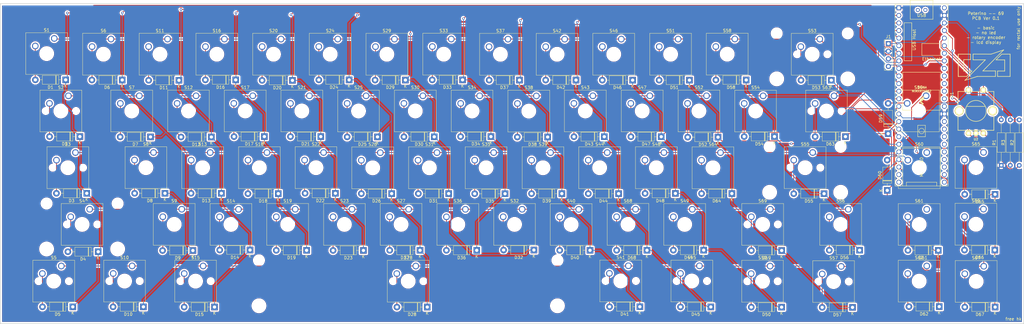
<source format=kicad_pcb>
(kicad_pcb (version 20171130) (host pcbnew "(5.1.7)-1")
  (layers (0 F.Cu signal) (31 B.Cu signal) (34 B.Paste user) (35 F.Paste user) (36 B.SilkS user) (37 F.SilkS user) (38 B.Mask user) (39 F.Mask user) (44 Edge.Cuts user))
  (net 0 "")
  (net 1 /col0)
  (net 2 "Net-(D1-Pad2)")
  (net 3 "Net-(D2-Pad2)")
  (net 4 "Net-(D3-Pad2)")
  (net 5 "Net-(D4-Pad2)")
  (net 6 "Net-(D5-Pad2)")
  (net 7 "Net-(D6-Pad2)")
  (net 8 /col1)
  (net 9 "Net-(D7-Pad2)")
  (net 10 "Net-(D8-Pad2)")
  (net 11 "Net-(D9-Pad2)")
  (net 12 "Net-(D10-Pad2)")
  (net 13 /col2)
  (net 14 "Net-(D11-Pad2)")
  (net 15 "Net-(D12-Pad2)")
  (net 16 "Net-(D13-Pad2)")
  (net 17 "Net-(D14-Pad2)")
  (net 18 "Net-(D15-Pad2)")
  (net 19 "Net-(D16-Pad2)")
  (net 20 /col3)
  (net 21 "Net-(D17-Pad2)")
  (net 22 "Net-(D18-Pad2)")
  (net 23 "Net-(D19-Pad2)")
  (net 24 "Net-(D20-Pad2)")
  (net 25 /col4)
  (net 26 "Net-(D21-Pad2)")
  (net 27 "Net-(D22-Pad2)")
  (net 28 "Net-(D23-Pad2)")
  (net 29 "Net-(D24-Pad2)")
  (net 30 /col5)
  (net 31 "Net-(D25-Pad2)")
  (net 32 "Net-(D26-Pad2)")
  (net 33 "Net-(D27-Pad2)")
  (net 34 "Net-(D28-Pad2)")
  (net 35 /col6)
  (net 36 "Net-(D29-Pad2)")
  (net 37 "Net-(D30-Pad2)")
  (net 38 "Net-(D31-Pad2)")
  (net 39 "Net-(D32-Pad2)")
  (net 40 /col7)
  (net 41 "Net-(D33-Pad2)")
  (net 42 "Net-(D34-Pad2)")
  (net 43 "Net-(D35-Pad2)")
  (net 44 "Net-(D36-Pad2)")
  (net 45 /col8)
  (net 46 "Net-(D37-Pad2)")
  (net 47 "Net-(D38-Pad2)")
  (net 48 "Net-(D39-Pad2)")
  (net 49 "Net-(D40-Pad2)")
  (net 50 "Net-(D41-Pad2)")
  (net 51 "Net-(D42-Pad2)")
  (net 52 /col9)
  (net 53 "Net-(D43-Pad2)")
  (net 54 "Net-(D44-Pad2)")
  (net 55 "Net-(D45-Pad2)")
  (net 56 "Net-(D46-Pad2)")
  (net 57 /col10)
  (net 58 "Net-(D47-Pad2)")
  (net 59 "Net-(D48-Pad2)")
  (net 60 "Net-(D49-Pad2)")
  (net 61 "Net-(D50-Pad2)")
  (net 62 /col11)
  (net 63 "Net-(D51-Pad2)")
  (net 64 "Net-(D52-Pad2)")
  (net 65 /col12)
  (net 66 "Net-(D53-Pad2)")
  (net 67 "Net-(D54-Pad2)")
  (net 68 "Net-(D55-Pad2)")
  (net 69 "Net-(D56-Pad2)")
  (net 70 "Net-(D57-Pad2)")
  (net 71 /col13)
  (net 72 "Net-(D59-Pad2)")
  (net 73 "Net-(D60-Pad2)")
  (net 74 "Net-(D61-Pad2)")
  (net 75 "Net-(D62-Pad2)")
  (net 76 /col14)
  (net 77 "Net-(D65-Pad2)")
  (net 78 "Net-(D66-Pad2)")
  (net 79 "Net-(D67-Pad2)")
  (net 80 "Net-(D68-Pad2)")
  (net 81 "Net-(D69-Pad2)")
  (net 82 /SDA)
  (net 83 /SCL)
  (net 84 GND)
  (net 85 /EncoderSW)
  (net 86 +3V3)
  (net 87 /Encoder+)
  (net 88 /Encoder-)
  (net 89 /row0)
  (net 90 /row1)
  (net 91 /row2)
  (net 92 /row3)
  (net 93 /row4)
  (net 94 "Net-(S60-Pad1)")
  (net 95 "Net-(S61-Pad1)")
  (net 96 "Net-(S62-Pad1)")
  (net 97 "Net-(U1-Pad48)")
  (net 98 "Net-(U1-Pad42)")
  (net 99 "Net-(U1-Pad39)")
  (net 100 "Net-(U1-Pad38)")
  (net 101 "Net-(U1-Pad37)")
  (net 102 "Net-(U1-Pad36)")
  (net 103 "Net-(U1-Pad35)")
  (net 104 "Net-(U1-Pad33)")
  (net 105 "Net-(U1-Pad32)")
  (net 106 "Net-(U1-Pad31)")
  (net 107 "Net-(U1-Pad30)")
  (net 108 "Net-(U1-Pad29)")
  (net 109 "Net-(U1-Pad28)")
  (net 110 "Net-(U1-Pad27)")
  (net 111 "Net-(U1-Pad26)")
  (net 112 "Net-(U1-Pad25)")
  (net 113 "Net-(U1-Pad24)")
  (net 114 "Net-(U1-Pad23)")
  (net 115 "Net-(U1-Pad66)")
  (net 116 "Net-(U1-Pad67)")
  (net 117 "Net-(D63-Pad2)")
  (net 118 "Net-(D58-Pad2)")
  (net 119 "Net-(D64-Pad2)")
  (module sparkfun:LCD_DISPLAY (layer F.Cu) (at 400.806 123.9642)
    (fp_text reference J1 (at 0 -2.33) (layer F.SilkS))
    (fp_text value "i2c display")
    (pad 4 thru_hole oval (at 0 7.62) (size 1.7 1.7) (drill 1) (layers *.Cu *.Mask) (net 83 /SCL))
    (pad 3 thru_hole oval (at 0 5.08) (size 1.7 1.7) (drill 1) (layers *.Cu *.Mask) (net 82 /SDA))
    (pad 2 thru_hole oval (at 0 2.54) (size 1.7 1.7) (drill 1) (layers *.Cu *.Mask) (net 84 GND))
    (pad 1 thru_hole rect (at 0 0) (size 1.7 1.7) (drill 1) (layers *.Cu *.Mask) (net 86 +3V3))
  )
  (module teensy:Teensy41_no_inners (layer F.Cu) (at 411.9274 141.1674 270)
    (fp_text reference U1 (at 0 -10.16 90) (layer F.SilkS))
    (fp_text value TEENSY_4_1)
    (fp_text user DVJ6A (at -2.54 -0.18 180) (layer F.SilkS) (effects (font (size 0.7 0.7))))
    (fp_text user MIMXRT1062 (at -1.27 0 180) (layer F.SilkS) (effects (font (size 0.7 0.7))))
    (fp_text user "Micro SD" (at 24.13 0 90) (layer F.SilkS))
    (fp_text user USB (at -26.67 0 180) (layer F.SilkS))
    (fp_text user Ethernet (at -12.065 -3.2766) (layer F.SilkS))
    (fp_text user "USB Host" (at -18.4658 2.4892 90) (layer F.SilkS))
    (pad 48 thru_hole circle (at -29.21 -7.62 270) (size 1.6 1.6) (drill 1.1) (layers *.Cu *.Mask) (net 97 "Net-(U1-Pad48)"))
    (pad 47 thru_hole circle (at -26.67 -7.62 270) (size 1.6 1.6) (drill 1.1) (layers *.Cu *.Mask) (net 84 GND))
    (pad 46 thru_hole circle (at -24.13 -7.62 270) (size 1.6 1.6) (drill 1.1) (layers *.Cu *.Mask) (net 86 +3V3))
    (pad 45 thru_hole circle (at -21.59 -7.62 270) (size 1.6 1.6) (drill 1.1) (layers *.Cu *.Mask) (net 87 /Encoder+))
    (pad 44 thru_hole circle (at -19.05 -7.62 270) (size 1.6 1.6) (drill 1.1) (layers *.Cu *.Mask) (net 88 /Encoder-))
    (pad 43 thru_hole circle (at -16.51 -7.62 270) (size 1.6 1.6) (drill 1.1) (layers *.Cu *.Mask) (net 85 /EncoderSW))
    (pad 42 thru_hole circle (at -13.97 -7.62 270) (size 1.6 1.6) (drill 1.1) (layers *.Cu *.Mask) (net 98 "Net-(U1-Pad42)"))
    (pad 41 thru_hole circle (at -11.43 -7.62 270) (size 1.6 1.6) (drill 1.1) (layers *.Cu *.Mask) (net 83 /SCL))
    (pad 40 thru_hole circle (at -8.89 -7.62 270) (size 1.6 1.6) (drill 1.1) (layers *.Cu *.Mask) (net 82 /SDA))
    (pad 39 thru_hole circle (at -6.35 -7.62 270) (size 1.6 1.6) (drill 1.1) (layers *.Cu *.Mask) (net 99 "Net-(U1-Pad39)"))
    (pad 38 thru_hole circle (at -3.81 -7.62 270) (size 1.6 1.6) (drill 1.1) (layers *.Cu *.Mask) (net 100 "Net-(U1-Pad38)"))
    (pad 37 thru_hole circle (at -1.27 -7.62 270) (size 1.6 1.6) (drill 1.1) (layers *.Cu *.Mask) (net 101 "Net-(U1-Pad37)"))
    (pad 36 thru_hole circle (at 1.27 -7.62 270) (size 1.6 1.6) (drill 1.1) (layers *.Cu *.Mask) (net 102 "Net-(U1-Pad36)"))
    (pad 35 thru_hole circle (at 3.81 -7.62 270) (size 1.6 1.6) (drill 1.1) (layers *.Cu *.Mask) (net 103 "Net-(U1-Pad35)"))
    (pad 1 thru_hole rect (at -29.21 7.62 270) (size 1.6 1.6) (drill 1.1) (layers *.Cu *.Mask) (net 84 GND))
    (pad 2 thru_hole circle (at -26.67 7.62 270) (size 1.6 1.6) (drill 1.1) (layers *.Cu *.Mask) (net 1 /col0))
    (pad 3 thru_hole circle (at -24.13 7.62 270) (size 1.6 1.6) (drill 1.1) (layers *.Cu *.Mask) (net 8 /col1))
    (pad 4 thru_hole circle (at -21.59 7.62 270) (size 1.6 1.6) (drill 1.1) (layers *.Cu *.Mask) (net 13 /col2))
    (pad 5 thru_hole circle (at -19.05 7.62 270) (size 1.6 1.6) (drill 1.1) (layers *.Cu *.Mask) (net 20 /col3))
    (pad 6 thru_hole circle (at -16.51 7.62 270) (size 1.6 1.6) (drill 1.1) (layers *.Cu *.Mask) (net 25 /col4))
    (pad 7 thru_hole circle (at -13.97 7.62 270) (size 1.6 1.6) (drill 1.1) (layers *.Cu *.Mask) (net 30 /col5))
    (pad 8 thru_hole circle (at -11.43 7.62 270) (size 1.6 1.6) (drill 1.1) (layers *.Cu *.Mask) (net 35 /col6))
    (pad 9 thru_hole circle (at -8.89 7.62 270) (size 1.6 1.6) (drill 1.1) (layers *.Cu *.Mask) (net 40 /col7))
    (pad 10 thru_hole circle (at -6.35 7.62 270) (size 1.6 1.6) (drill 1.1) (layers *.Cu *.Mask) (net 45 /col8))
    (pad 11 thru_hole circle (at -3.81 7.62 270) (size 1.6 1.6) (drill 1.1) (layers *.Cu *.Mask) (net 52 /col9))
    (pad 12 thru_hole circle (at -1.27 7.62 270) (size 1.6 1.6) (drill 1.1) (layers *.Cu *.Mask) (net 57 /col10))
    (pad 13 thru_hole circle (at 1.27 7.62 270) (size 1.6 1.6) (drill 1.1) (layers *.Cu *.Mask) (net 62 /col11))
    (pad 34 thru_hole circle (at 6.35 -7.62 270) (size 1.6 1.6) (drill 1.1) (layers *.Cu *.Mask) (net 84 GND))
    (pad 33 thru_hole circle (at 8.89 -7.62 270) (size 1.6 1.6) (drill 1.1) (layers *.Cu *.Mask) (net 104 "Net-(U1-Pad33)"))
    (pad 32 thru_hole circle (at 11.43 -7.62 270) (size 1.6 1.6) (drill 1.1) (layers *.Cu *.Mask) (net 105 "Net-(U1-Pad32)"))
    (pad 31 thru_hole circle (at 13.97 -7.62 270) (size 1.6 1.6) (drill 1.1) (layers *.Cu *.Mask) (net 106 "Net-(U1-Pad31)"))
    (pad 30 thru_hole circle (at 16.51 -7.62 270) (size 1.6 1.6) (drill 1.1) (layers *.Cu *.Mask) (net 107 "Net-(U1-Pad30)"))
    (pad 29 thru_hole circle (at 19.05 -7.62 270) (size 1.6 1.6) (drill 1.1) (layers *.Cu *.Mask) (net 108 "Net-(U1-Pad29)"))
    (pad 28 thru_hole circle (at 21.59 -7.62 270) (size 1.6 1.6) (drill 1.1) (layers *.Cu *.Mask) (net 109 "Net-(U1-Pad28)"))
    (pad 27 thru_hole circle (at 24.13 -7.62 270) (size 1.6 1.6) (drill 1.1) (layers *.Cu *.Mask) (net 110 "Net-(U1-Pad27)"))
    (pad 26 thru_hole circle (at 26.67 -7.62 270) (size 1.6 1.6) (drill 1.1) (layers *.Cu *.Mask) (net 111 "Net-(U1-Pad26)"))
    (pad 25 thru_hole circle (at 29.21 -7.62 270) (size 1.6 1.6) (drill 1.1) (layers *.Cu *.Mask) (net 112 "Net-(U1-Pad25)"))
    (pad 24 thru_hole circle (at 29.21 7.62 270) (size 1.6 1.6) (drill 1.1) (layers *.Cu *.Mask) (net 113 "Net-(U1-Pad24)"))
    (pad 23 thru_hole circle (at 26.67 7.62 270) (size 1.6 1.6) (drill 1.1) (layers *.Cu *.Mask) (net 114 "Net-(U1-Pad23)"))
    (pad 22 thru_hole circle (at 24.13 7.62 270) (size 1.6 1.6) (drill 1.1) (layers *.Cu *.Mask) (net 93 /row4))
    (pad 21 thru_hole circle (at 21.59 7.62 270) (size 1.6 1.6) (drill 1.1) (layers *.Cu *.Mask) (net 92 /row3))
    (pad 14 thru_hole circle (at 3.81 7.62 270) (size 1.6 1.6) (drill 1.1) (layers *.Cu *.Mask) (net 65 /col12))
    (pad 15 thru_hole circle (at 6.35 7.62 270) (size 1.6 1.6) (drill 1.1) (layers *.Cu *.Mask) (net 86 +3V3))
    (pad 16 thru_hole circle (at 8.89 7.62 270) (size 1.6 1.6) (drill 1.1) (layers *.Cu *.Mask) (net 71 /col13))
    (pad 20 thru_hole circle (at 19.05 7.62 270) (size 1.6 1.6) (drill 1.1) (layers *.Cu *.Mask) (net 91 /row2))
    (pad 19 thru_hole circle (at 16.51 7.62 270) (size 1.6 1.6) (drill 1.1) (layers *.Cu *.Mask) (net 90 /row1))
    (pad 18 thru_hole circle (at 13.97 7.62 270) (size 1.6 1.6) (drill 1.1) (layers *.Cu *.Mask) (net 89 /row0))
    (pad 17 thru_hole circle (at 11.43 7.62 270) (size 1.6 1.6) (drill 1.1) (layers *.Cu *.Mask) (net 76 /col14))
    (pad 66 thru_hole circle (at -28.48 1.27 270) (size 1.3 1.3) (drill 0.8) (layers *.Cu *.Mask) (net 115 "Net-(U1-Pad66)"))
    (pad 67 thru_hole circle (at -28.48 -1.27 270) (size 1.3 1.3) (drill 0.8) (layers *.Cu *.Mask) (net 116 "Net-(U1-Pad67)"))
  )
  (module Button_Switch_Keyboard:SW_Cherry_MX_2.00u_PCB (layer F.Cu) (at 377.831 122.4392)
    (fp_text reference S53 (at -2.54 -2.794) (layer F.SilkS))
    (fp_text value bkspc_2.0)
    (pad 1 thru_hole circle (at 0 0) (size 2.2 2.2) (drill 1.5) (layers *.Cu *.Mask) (net 89 /row0))
    (pad 2 thru_hole circle (at -6.35 2.54) (size 2.2 2.2) (drill 1.5) (layers *.Cu *.Mask) (net 66 "Net-(D53-Pad2)"))
    (pad "" np_thru_hole circle (at -2.54 5.08) (size 4 4) (drill 4) (layers *.Cu *.Mask))
    (pad "" np_thru_hole circle (at -7.62 5.08) (size 1.7 1.7) (drill 1.7) (layers *.Cu *.Mask))
    (pad "" np_thru_hole circle (at 2.54 5.08) (size 1.7 1.7) (drill 1.7) (layers *.Cu *.Mask))
    (pad "" np_thru_hole circle (at 9.36 13.32) (size 4 4) (drill 4) (layers *.Cu *.Mask))
    (pad "" np_thru_hole circle (at -14.44 13.32) (size 4 4) (drill 4) (layers *.Cu *.Mask))
    (pad "" np_thru_hole circle (at -14.44 -1.92) (size 3.05 3.05) (drill 3.05) (layers *.Cu *.Mask))
    (pad "" np_thru_hole circle (at 9.36 -1.92) (size 3.05 3.05) (drill 3.05) (layers *.Cu *.Mask))
  )
  (module Button_Switch_Keyboard:SW_Cherry_MX_1.00u_Plate (layer F.Cu) (at 432.76048 198.53076)
    (fp_text reference S67 (at -2.54 -2.794) (layer F.SilkS))
    (fp_text value prog7)
    (pad 1 thru_hole circle (at 0 0) (size 2.2 2.2) (drill 1.5) (layers *.Cu *.Mask) (net 93 /row4))
    (pad 2 thru_hole circle (at -6.35 2.54) (size 2.2 2.2) (drill 1.5) (layers *.Cu *.Mask) (net 79 "Net-(D67-Pad2)"))
    (pad "" np_thru_hole circle (at -2.54 5.08) (size 4 4) (drill 4) (layers *.Cu *.Mask))
  )
  (module Diode_THT:D_DO-41_SOD81_P10.16mm_Horizontal (layer F.Cu) (at 125.1868 136.0874 180)
    (fp_text reference D1 (at 5.08 -2.47) (layer F.SilkS))
    (fp_text value D_Schottky)
    (fp_text user K (at 0 -2.1) (layer F.SilkS))
    (pad 1 thru_hole rect (at 0 0 180) (size 2.2 2.2) (drill 1.1) (layers *.Cu *.Mask) (net 1 /col0))
    (pad 2 thru_hole oval (at 10.16 0 180) (size 2.2 2.2) (drill 1.1) (layers *.Cu *.Mask) (net 2 "Net-(D1-Pad2)"))
  )
  (module Diode_THT:D_DO-41_SOD81_P10.16mm_Horizontal (layer F.Cu) (at 129.95 155.1 180)
    (fp_text reference D2 (at 5.08 -2.47) (layer F.SilkS))
    (fp_text value D_Schottky)
    (fp_text user K (at 0 -2.1) (layer F.SilkS))
    (pad 2 thru_hole oval (at 10.16 0 180) (size 2.2 2.2) (drill 1.1) (layers *.Cu *.Mask) (net 3 "Net-(D2-Pad2)"))
    (pad 1 thru_hole rect (at 0 0 180) (size 2.2 2.2) (drill 1.1) (layers *.Cu *.Mask) (net 1 /col0))
  )
  (module Diode_THT:D_DO-41_SOD81_P10.16mm_Horizontal (layer F.Cu) (at 132.25 174.1 180)
    (fp_text reference D3 (at 5.08 -2.47) (layer F.SilkS))
    (fp_text value D_Schottky)
    (fp_text user K (at 0 -2.1) (layer F.SilkS))
    (pad 1 thru_hole rect (at 0 0 180) (size 2.2 2.2) (drill 1.1) (layers *.Cu *.Mask) (net 1 /col0))
    (pad 2 thru_hole oval (at 10.16 0 180) (size 2.2 2.2) (drill 1.1) (layers *.Cu *.Mask) (net 4 "Net-(D3-Pad2)"))
  )
  (module Diode_THT:D_DO-41_SOD81_P10.16mm_Horizontal (layer F.Cu) (at 136.0834 193.6692 180)
    (fp_text reference D4 (at 5.08 -2.47) (layer F.SilkS))
    (fp_text value D_Schottky)
    (fp_text user K (at 0 -2.1) (layer F.SilkS))
    (pad 2 thru_hole oval (at 10.16 0 180) (size 2.2 2.2) (drill 1.1) (layers *.Cu *.Mask) (net 5 "Net-(D4-Pad2)"))
    (pad 1 thru_hole rect (at 0 0 180) (size 2.2 2.2) (drill 1.1) (layers *.Cu *.Mask) (net 1 /col0))
  )
  (module Diode_THT:D_DO-41_SOD81_P10.16mm_Horizontal (layer F.Cu) (at 127.5744 212.135 180)
    (fp_text reference D5 (at 5.08 -2.47) (layer F.SilkS))
    (fp_text value D_Schottky)
    (fp_text user K (at 0 -2.1) (layer F.SilkS))
    (pad 1 thru_hole rect (at 0 0 180) (size 2.2 2.2) (drill 1.1) (layers *.Cu *.Mask) (net 1 /col0))
    (pad 2 thru_hole oval (at 10.16 0 180) (size 2.2 2.2) (drill 1.1) (layers *.Cu *.Mask) (net 6 "Net-(D5-Pad2)"))
  )
  (module Diode_THT:D_DO-41_SOD81_P10.16mm_Horizontal (layer F.Cu) (at 144.1352 136.1382 180)
    (fp_text reference D6 (at 5.08 -2.47) (layer F.SilkS))
    (fp_text value D_Schottky)
    (fp_text user K (at 0 -2.1) (layer F.SilkS))
    (pad 2 thru_hole oval (at 10.16 0 180) (size 2.2 2.2) (drill 1.1) (layers *.Cu *.Mask) (net 7 "Net-(D6-Pad2)"))
    (pad 1 thru_hole rect (at 0 0 180) (size 2.2 2.2) (drill 1.1) (layers *.Cu *.Mask) (net 8 /col1))
  )
  (module Diode_THT:D_DO-41_SOD81_P10.16mm_Horizontal (layer F.Cu) (at 153.60432 155.19836 180)
    (fp_text reference D7 (at 5.08 -2.47) (layer F.SilkS))
    (fp_text value D_Schottky)
    (fp_text user K (at 0 -2.1) (layer F.SilkS))
    (pad 1 thru_hole rect (at 0 0 180) (size 2.2 2.2) (drill 1.1) (layers *.Cu *.Mask) (net 8 /col1))
    (pad 2 thru_hole oval (at 10.16 0 180) (size 2.2 2.2) (drill 1.1) (layers *.Cu *.Mask) (net 9 "Net-(D7-Pad2)"))
  )
  (module Diode_THT:D_DO-41_SOD81_P10.16mm_Horizontal (layer F.Cu) (at 158.45 174.1 180)
    (fp_text reference D8 (at 5.08 -2.47) (layer F.SilkS))
    (fp_text value D_Schottky)
    (fp_text user K (at 0 -2.1) (layer F.SilkS))
    (pad 2 thru_hole oval (at 10.16 0 180) (size 2.2 2.2) (drill 1.1) (layers *.Cu *.Mask) (net 10 "Net-(D8-Pad2)"))
    (pad 1 thru_hole rect (at 0 0 180) (size 2.2 2.2) (drill 1.1) (layers *.Cu *.Mask) (net 8 /col1))
  )
  (module Diode_THT:D_DO-41_SOD81_P10.16mm_Horizontal (layer F.Cu) (at 167.808 193.2628 180)
    (fp_text reference D9 (at 5.08 -2.47) (layer F.SilkS))
    (fp_text value D_Schottky)
    (fp_text user K (at 0 -2.1) (layer F.SilkS))
    (pad 1 thru_hole rect (at 0 0 180) (size 2.2 2.2) (drill 1.1) (layers *.Cu *.Mask) (net 8 /col1))
    (pad 2 thru_hole oval (at 10.16 0 180) (size 2.2 2.2) (drill 1.1) (layers *.Cu *.Mask) (net 11 "Net-(D9-Pad2)"))
  )
  (module Diode_THT:D_DO-41_SOD81_P10.16mm_Horizontal (layer F.Cu) (at 151.2218 212.135 180)
    (fp_text reference D10 (at 5.08 -2.47) (layer F.SilkS))
    (fp_text value D_Schottky)
    (fp_text user K (at 0 -2.1) (layer F.SilkS))
    (pad 2 thru_hole oval (at 10.16 0 180) (size 2.2 2.2) (drill 1.1) (layers *.Cu *.Mask) (net 12 "Net-(D10-Pad2)"))
    (pad 1 thru_hole rect (at 0 0 180) (size 2.2 2.2) (drill 1.1) (layers *.Cu *.Mask) (net 8 /col1))
  )
  (module Diode_THT:D_DO-41_SOD81_P10.16mm_Horizontal (layer F.Cu) (at 163.1344 136.2398 180)
    (fp_text reference D11 (at 5.08 -2.47) (layer F.SilkS))
    (fp_text value D_Schottky)
    (fp_text user K (at 0 -2.1) (layer F.SilkS))
    (pad 1 thru_hole rect (at 0 0 180) (size 2.2 2.2) (drill 1.1) (layers *.Cu *.Mask) (net 13 /col2))
    (pad 2 thru_hole oval (at 10.16 0 180) (size 2.2 2.2) (drill 1.1) (layers *.Cu *.Mask) (net 14 "Net-(D11-Pad2)"))
  )
  (module Diode_THT:D_DO-41_SOD81_P10.16mm_Horizontal (layer F.Cu) (at 173.99 155.239 180)
    (fp_text reference D12 (at 5.08 -2.47) (layer F.SilkS))
    (fp_text value D_Schottky)
    (fp_text user K (at 0 -2.1) (layer F.SilkS))
    (pad 1 thru_hole rect (at 0 0 180) (size 2.2 2.2) (drill 1.1) (layers *.Cu *.Mask) (net 13 /col2))
    (pad 2 thru_hole oval (at 10.16 0 180) (size 2.2 2.2) (drill 1.1) (layers *.Cu *.Mask) (net 15 "Net-(D12-Pad2)"))
  )
  (module Diode_THT:D_DO-41_SOD81_P10.16mm_Horizontal (layer F.Cu) (at 177.35 174.1 180)
    (fp_text reference D13 (at 5.08 -2.47) (layer F.SilkS))
    (fp_text value D_Schottky)
    (fp_text user K (at 0 -2.1) (layer F.SilkS))
    (pad 2 thru_hole oval (at 10.16 0 180) (size 2.2 2.2) (drill 1.1) (layers *.Cu *.Mask) (net 16 "Net-(D13-Pad2)"))
    (pad 1 thru_hole rect (at 0 0 180) (size 2.2 2.2) (drill 1.1) (layers *.Cu *.Mask) (net 13 /col2))
  )
  (module Diode_THT:D_DO-41_SOD81_P10.16mm_Horizontal (layer F.Cu) (at 186.95 193.1 180)
    (fp_text reference D14 (at 5.08 -2.47) (layer F.SilkS))
    (fp_text value D_Schottky)
    (fp_text user K (at 0 -2.1) (layer F.SilkS))
    (pad 1 thru_hole rect (at 0 0 180) (size 2.2 2.2) (drill 1.1) (layers *.Cu *.Mask) (net 13 /col2))
    (pad 2 thru_hole oval (at 10.16 0 180) (size 2.2 2.2) (drill 1.1) (layers *.Cu *.Mask) (net 17 "Net-(D14-Pad2)"))
  )
  (module Diode_THT:D_DO-41_SOD81_P10.16mm_Horizontal (layer F.Cu) (at 175.05 212.2 180)
    (fp_text reference D15 (at 5.08 -2.47) (layer F.SilkS))
    (fp_text value D_Schottky)
    (fp_text user K (at 0 -2.1) (layer F.SilkS))
    (pad 1 thru_hole rect (at 0 0 180) (size 2.2 2.2) (drill 1.1) (layers *.Cu *.Mask) (net 13 /col2))
    (pad 2 thru_hole oval (at 10.16 0 180) (size 2.2 2.2) (drill 1.1) (layers *.Cu *.Mask) (net 18 "Net-(D15-Pad2)"))
  )
  (module Diode_THT:D_DO-41_SOD81_P10.16mm_Horizontal (layer F.Cu) (at 182.15 136.1 180)
    (fp_text reference D16 (at 5.08 -2.47) (layer F.SilkS))
    (fp_text value D_Schottky)
    (fp_text user K (at 0 -2.1) (layer F.SilkS))
    (pad 1 thru_hole rect (at 0 0 180) (size 2.2 2.2) (drill 1.1) (layers *.Cu *.Mask) (net 20 /col3))
    (pad 2 thru_hole oval (at 10.16 0 180) (size 2.2 2.2) (drill 1.1) (layers *.Cu *.Mask) (net 19 "Net-(D16-Pad2)"))
  )
  (module Diode_THT:D_DO-41_SOD81_P10.16mm_Horizontal (layer F.Cu) (at 191.75 155.1 180)
    (fp_text reference D17 (at 5.08 -2.47) (layer F.SilkS))
    (fp_text value D_Schottky)
    (fp_text user K (at 0 -2.1) (layer F.SilkS))
    (pad 2 thru_hole oval (at 10.16 0 180) (size 2.2 2.2) (drill 1.1) (layers *.Cu *.Mask) (net 21 "Net-(D17-Pad2)"))
    (pad 1 thru_hole rect (at 0 0 180) (size 2.2 2.2) (drill 1.1) (layers *.Cu *.Mask) (net 20 /col3))
  )
  (module Diode_THT:D_DO-41_SOD81_P10.16mm_Horizontal (layer F.Cu) (at 196.4084 174.2128 180)
    (fp_text reference D18 (at 5.08 -2.47) (layer F.SilkS))
    (fp_text value D_Schottky)
    (fp_text user K (at 0 -2.1) (layer F.SilkS))
    (pad 2 thru_hole oval (at 10.16 0 180) (size 2.2 2.2) (drill 1.1) (layers *.Cu *.Mask) (net 22 "Net-(D18-Pad2)"))
    (pad 1 thru_hole rect (at 0 0 180) (size 2.2 2.2) (drill 1.1) (layers *.Cu *.Mask) (net 20 /col3))
  )
  (module Diode_THT:D_DO-41_SOD81_P10.16mm_Horizontal (layer F.Cu) (at 205.90292 193.20184 180)
    (fp_text reference D19 (at 5.08 -2.47) (layer F.SilkS))
    (fp_text value D_Schottky)
    (fp_text user K (at 0 -2.1) (layer F.SilkS))
    (pad 2 thru_hole oval (at 10.16 0 180) (size 2.2 2.2) (drill 1.1) (layers *.Cu *.Mask) (net 23 "Net-(D19-Pad2)"))
    (pad 1 thru_hole rect (at 0 0 180) (size 2.2 2.2) (drill 1.1) (layers *.Cu *.Mask) (net 20 /col3))
  )
  (module Diode_THT:D_DO-41_SOD81_P10.16mm_Horizontal (layer F.Cu) (at 201.1582 136.2652 180)
    (fp_text reference D20 (at 5.08 -2.47) (layer F.SilkS))
    (fp_text value D_Schottky)
    (fp_text user K (at 0 -2.1) (layer F.SilkS))
    (pad 1 thru_hole rect (at 0 0 180) (size 2.2 2.2) (drill 1.1) (layers *.Cu *.Mask) (net 25 /col4))
    (pad 2 thru_hole oval (at 10.16 0 180) (size 2.2 2.2) (drill 1.1) (layers *.Cu *.Mask) (net 24 "Net-(D20-Pad2)"))
  )
  (module Diode_THT:D_DO-41_SOD81_P10.16mm_Horizontal (layer F.Cu) (at 210.65 155.1 180)
    (fp_text reference D21 (at 5.08 -2.47) (layer F.SilkS))
    (fp_text value D_Schottky)
    (fp_text user K (at 0 -2.1) (layer F.SilkS))
    (pad 1 thru_hole rect (at 0 0 180) (size 2.2 2.2) (drill 1.1) (layers *.Cu *.Mask) (net 25 /col4))
    (pad 2 thru_hole oval (at 10.16 0 180) (size 2.2 2.2) (drill 1.1) (layers *.Cu *.Mask) (net 26 "Net-(D21-Pad2)"))
  )
  (module Diode_THT:D_DO-41_SOD81_P10.16mm_Horizontal (layer F.Cu) (at 215.55 174.1 180)
    (fp_text reference D22 (at 5.08 -2.47) (layer F.SilkS))
    (fp_text value D_Schottky)
    (fp_text user K (at 0 -2.1) (layer F.SilkS))
    (pad 2 thru_hole oval (at 10.16 0 180) (size 2.2 2.2) (drill 1.1) (layers *.Cu *.Mask) (net 27 "Net-(D22-Pad2)"))
    (pad 1 thru_hole rect (at 0 0 180) (size 2.2 2.2) (drill 1.1) (layers *.Cu *.Mask) (net 25 /col4))
  )
  (module Diode_THT:D_DO-41_SOD81_P10.16mm_Horizontal (layer F.Cu) (at 224.9326 193.2374 180)
    (fp_text reference D23 (at 5.08 -2.47) (layer F.SilkS))
    (fp_text value D_Schottky)
    (fp_text user K (at 0 -2.1) (layer F.SilkS))
    (pad 2 thru_hole oval (at 10.16 0 180) (size 2.2 2.2) (drill 1.1) (layers *.Cu *.Mask) (net 28 "Net-(D23-Pad2)"))
    (pad 1 thru_hole rect (at 0 0 180) (size 2.2 2.2) (drill 1.1) (layers *.Cu *.Mask) (net 25 /col4))
  )
  (module Diode_THT:D_DO-41_SOD81_P10.16mm_Horizontal (layer F.Cu) (at 220.15 136.1 180)
    (fp_text reference D24 (at 5.08 -2.47) (layer F.SilkS))
    (fp_text value D_Schottky)
    (fp_text user K (at 0 -2.1) (layer F.SilkS))
    (pad 2 thru_hole oval (at 10.16 0 180) (size 2.2 2.2) (drill 1.1) (layers *.Cu *.Mask) (net 29 "Net-(D24-Pad2)"))
    (pad 1 thru_hole rect (at 0 0 180) (size 2.2 2.2) (drill 1.1) (layers *.Cu *.Mask) (net 30 /col5))
  )
  (module Diode_THT:D_DO-41_SOD81_P10.16mm_Horizontal (layer F.Cu) (at 229.65 155.2 180)
    (fp_text reference D25 (at 5.08 -2.47) (layer F.SilkS))
    (fp_text value D_Schottky)
    (fp_text user K (at 0 -2.1) (layer F.SilkS))
    (pad 2 thru_hole oval (at 10.16 0 180) (size 2.2 2.2) (drill 1.1) (layers *.Cu *.Mask) (net 31 "Net-(D25-Pad2)"))
    (pad 1 thru_hole rect (at 0 0 180) (size 2.2 2.2) (drill 1.1) (layers *.Cu *.Mask) (net 30 /col5))
  )
  (module Diode_THT:D_DO-41_SOD81_P10.16mm_Horizontal (layer F.Cu) (at 234.40172 174.20772 180)
    (fp_text reference D26 (at 5.08 -2.47) (layer F.SilkS))
    (fp_text value D_Schottky)
    (fp_text user K (at 0 -2.1) (layer F.SilkS))
    (pad 1 thru_hole rect (at 0 0 180) (size 2.2 2.2) (drill 1.1) (layers *.Cu *.Mask) (net 30 /col5))
    (pad 2 thru_hole oval (at 10.16 0 180) (size 2.2 2.2) (drill 1.1) (layers *.Cu *.Mask) (net 32 "Net-(D26-Pad2)"))
  )
  (module Diode_THT:D_DO-41_SOD81_P10.16mm_Horizontal (layer F.Cu) (at 243.89878 193.19168 180)
    (fp_text reference D27 (at 5.08 -2.47) (layer F.SilkS))
    (fp_text value D_Schottky)
    (fp_text user K (at 0 -2.1) (layer F.SilkS))
    (pad 2 thru_hole oval (at 10.16 0 180) (size 2.2 2.2) (drill 1.1) (layers *.Cu *.Mask) (net 33 "Net-(D27-Pad2)"))
    (pad 1 thru_hole rect (at 0 0 180) (size 2.2 2.2) (drill 1.1) (layers *.Cu *.Mask) (net 30 /col5))
  )
  (module Diode_THT:D_DO-41_SOD81_P10.16mm_Horizontal (layer F.Cu) (at 246.3194 212.2112 180)
    (fp_text reference D28 (at 5.08 -2.47) (layer F.SilkS))
    (fp_text value D_Schottky)
    (fp_text user K (at 0 -2.1) (layer F.SilkS))
    (pad 1 thru_hole rect (at 0 0 180) (size 2.2 2.2) (drill 1.1) (layers *.Cu *.Mask) (net 30 /col5))
    (pad 2 thru_hole oval (at 10.16 0 180) (size 2.2 2.2) (drill 1.1) (layers *.Cu *.Mask) (net 34 "Net-(D28-Pad2)"))
  )
  (module Diode_THT:D_DO-41_SOD81_P10.16mm_Horizontal (layer F.Cu) (at 239.0042 136.1636 180)
    (fp_text reference D29 (at 5.08 -2.47) (layer F.SilkS))
    (fp_text value D_Schottky)
    (fp_text user K (at 0 -2.1) (layer F.SilkS))
    (pad 2 thru_hole oval (at 10.16 0 180) (size 2.2 2.2) (drill 1.1) (layers *.Cu *.Mask) (net 36 "Net-(D29-Pad2)"))
    (pad 1 thru_hole rect (at 0 0 180) (size 2.2 2.2) (drill 1.1) (layers *.Cu *.Mask) (net 35 /col6))
  )
  (module Diode_THT:D_DO-41_SOD81_P10.16mm_Horizontal (layer F.Cu) (at 248.66382 155.17296 180)
    (fp_text reference D30 (at 5.08 -2.47) (layer F.SilkS))
    (fp_text value D_Schottky)
    (fp_text user K (at 0 -2.1) (layer F.SilkS))
    (pad 1 thru_hole rect (at 0 0 180) (size 2.2 2.2) (drill 1.1) (layers *.Cu *.Mask) (net 35 /col6))
    (pad 2 thru_hole oval (at 10.16 0 180) (size 2.2 2.2) (drill 1.1) (layers *.Cu *.Mask) (net 37 "Net-(D30-Pad2)"))
  )
  (module Diode_THT:D_DO-41_SOD81_P10.16mm_Horizontal (layer F.Cu) (at 253.5 174.2 180)
    (fp_text reference D31 (at 5.08 -2.47) (layer F.SilkS))
    (fp_text value D_Schottky)
    (fp_text user K (at 0 -2.1) (layer F.SilkS))
    (pad 2 thru_hole oval (at 10.16 0 180) (size 2.2 2.2) (drill 1.1) (layers *.Cu *.Mask) (net 38 "Net-(D31-Pad2)"))
    (pad 1 thru_hole rect (at 0 0 180) (size 2.2 2.2) (drill 1.1) (layers *.Cu *.Mask) (net 35 /col6))
  )
  (module Diode_THT:D_DO-41_SOD81_P10.16mm_Horizontal (layer F.Cu) (at 282.05 193.1 180)
    (fp_text reference D32 (at 5.08 -2.47) (layer F.SilkS))
    (fp_text value D_Schottky)
    (fp_text user K (at 0 -2.1) (layer F.SilkS))
    (pad 1 thru_hole rect (at 0 0 180) (size 2.2 2.2) (drill 1.1) (layers *.Cu *.Mask) (net 35 /col6))
    (pad 2 thru_hole oval (at 10.16 0 180) (size 2.2 2.2) (drill 1.1) (layers *.Cu *.Mask) (net 39 "Net-(D32-Pad2)"))
  )
  (module Diode_THT:D_DO-41_SOD81_P10.16mm_Horizontal (layer F.Cu) (at 258.15 136.1 180)
    (fp_text reference D33 (at 5.08 -2.47) (layer F.SilkS))
    (fp_text value D_Schottky)
    (fp_text user K (at 0 -2.1) (layer F.SilkS))
    (pad 2 thru_hole oval (at 10.16 0 180) (size 2.2 2.2) (drill 1.1) (layers *.Cu *.Mask) (net 41 "Net-(D33-Pad2)"))
    (pad 1 thru_hole rect (at 0 0 180) (size 2.2 2.2) (drill 1.1) (layers *.Cu *.Mask) (net 40 /col7))
  )
  (module Diode_THT:D_DO-41_SOD81_P10.16mm_Horizontal (layer F.Cu) (at 267.65 155.1 180)
    (fp_text reference D34 (at 5.08 -2.47) (layer F.SilkS))
    (fp_text value D_Schottky)
    (fp_text user K (at 0 -2.1) (layer F.SilkS))
    (pad 1 thru_hole rect (at 0 0 180) (size 2.2 2.2) (drill 1.1) (layers *.Cu *.Mask) (net 40 /col7))
    (pad 2 thru_hole oval (at 10.16 0 180) (size 2.2 2.2) (drill 1.1) (layers *.Cu *.Mask) (net 42 "Net-(D34-Pad2)"))
  )
  (module Diode_THT:D_DO-41_SOD81_P10.16mm_Horizontal (layer F.Cu) (at 272.37472 174.23312 180)
    (fp_text reference D35 (at 5.08 -2.47) (layer F.SilkS))
    (fp_text value D_Schottky)
    (fp_text user K (at 0 -2.1) (layer F.SilkS))
    (pad 1 thru_hole rect (at 0 0 180) (size 2.2 2.2) (drill 1.1) (layers *.Cu *.Mask) (net 40 /col7))
    (pad 2 thru_hole oval (at 10.16 0 180) (size 2.2 2.2) (drill 1.1) (layers *.Cu *.Mask) (net 43 "Net-(D35-Pad2)"))
  )
  (module Diode_THT:D_DO-41_SOD81_P10.16mm_Horizontal (layer F.Cu) (at 262.9 193.2 180)
    (fp_text reference D36 (at 5.08 -2.47) (layer F.SilkS))
    (fp_text value D_Schottky)
    (fp_text user K (at 0 -2.1) (layer F.SilkS))
    (pad 1 thru_hole rect (at 0 0 180) (size 2.2 2.2) (drill 1.1) (layers *.Cu *.Mask) (net 40 /col7))
    (pad 2 thru_hole oval (at 10.16 0 180) (size 2.2 2.2) (drill 1.1) (layers *.Cu *.Mask) (net 44 "Net-(D36-Pad2)"))
  )
  (module Diode_THT:D_DO-41_SOD81_P10.16mm_Horizontal (layer F.Cu) (at 277.21596 136.17884 180)
    (fp_text reference D37 (at 5.08 -2.47) (layer F.SilkS))
    (fp_text value D_Schottky)
    (fp_text user K (at 0 -2.1) (layer F.SilkS))
    (pad 2 thru_hole oval (at 10.16 0 180) (size 2.2 2.2) (drill 1.1) (layers *.Cu *.Mask) (net 46 "Net-(D37-Pad2)"))
    (pad 1 thru_hole rect (at 0 0 180) (size 2.2 2.2) (drill 1.1) (layers *.Cu *.Mask) (net 45 /col8))
  )
  (module Diode_THT:D_DO-41_SOD81_P10.16mm_Horizontal (layer F.Cu) (at 286.6546 155.239 180)
    (fp_text reference D38 (at 5.08 -2.47) (layer F.SilkS))
    (fp_text value D_Schottky)
    (fp_text user K (at 0 -2.1) (layer F.SilkS))
    (pad 1 thru_hole rect (at 0 0 180) (size 2.2 2.2) (drill 1.1) (layers *.Cu *.Mask) (net 45 /col8))
    (pad 2 thru_hole oval (at 10.16 0 180) (size 2.2 2.2) (drill 1.1) (layers *.Cu *.Mask) (net 47 "Net-(D38-Pad2)"))
  )
  (module Diode_THT:D_DO-41_SOD81_P10.16mm_Horizontal (layer F.Cu) (at 291.41456 174.20772 180)
    (fp_text reference D39 (at 5.08 -2.47) (layer F.SilkS))
    (fp_text value D_Schottky)
    (fp_text user K (at 0 -2.1) (layer F.SilkS))
    (pad 2 thru_hole oval (at 10.16 0 180) (size 2.2 2.2) (drill 1.1) (layers *.Cu *.Mask) (net 48 "Net-(D39-Pad2)"))
    (pad 1 thru_hole rect (at 0 0 180) (size 2.2 2.2) (drill 1.1) (layers *.Cu *.Mask) (net 45 /col8))
  )
  (module Diode_THT:D_DO-41_SOD81_P10.16mm_Horizontal (layer F.Cu) (at 300.85 193.2 180)
    (fp_text reference D40 (at 5.08 -2.47) (layer F.SilkS))
    (fp_text value D_Schottky)
    (fp_text user K (at 0 -2.1) (layer F.SilkS))
    (pad 1 thru_hole rect (at 0 0 180) (size 2.2 2.2) (drill 1.1) (layers *.Cu *.Mask) (net 45 /col8))
    (pad 2 thru_hole oval (at 10.16 0 180) (size 2.2 2.2) (drill 1.1) (layers *.Cu *.Mask) (net 49 "Net-(D40-Pad2)"))
  )
  (module Diode_THT:D_DO-41_SOD81_P10.16mm_Horizontal (layer F.Cu) (at 317.55 212.1 180)
    (fp_text reference D41 (at 5.08 -2.47) (layer F.SilkS))
    (fp_text value D_Schottky)
    (fp_text user K (at 0 -2.1) (layer F.SilkS))
    (pad 2 thru_hole oval (at 10.16 0 180) (size 2.2 2.2) (drill 1.1) (layers *.Cu *.Mask) (net 50 "Net-(D41-Pad2)"))
    (pad 1 thru_hole rect (at 0 0 180) (size 2.2 2.2) (drill 1.1) (layers *.Cu *.Mask) (net 45 /col8))
  )
  (module Diode_THT:D_DO-41_SOD81_P10.16mm_Horizontal (layer F.Cu) (at 296.1542 136.1636 180)
    (fp_text reference D42 (at 5.08 -2.47) (layer F.SilkS))
    (fp_text value D_Schottky)
    (fp_text user K (at 0 -2.1) (layer F.SilkS))
    (pad 1 thru_hole rect (at 0 0 180) (size 2.2 2.2) (drill 1.1) (layers *.Cu *.Mask) (net 52 /col9))
    (pad 2 thru_hole oval (at 10.16 0 180) (size 2.2 2.2) (drill 1.1) (layers *.Cu *.Mask) (net 51 "Net-(D42-Pad2)"))
  )
  (module Diode_THT:D_DO-41_SOD81_P10.16mm_Horizontal (layer F.Cu) (at 305.6284 155.1374 180)
    (fp_text reference D43 (at 5.08 -2.47) (layer F.SilkS))
    (fp_text value D_Schottky)
    (fp_text user K (at 0 -2.1) (layer F.SilkS))
    (pad 2 thru_hole oval (at 10.16 0 180) (size 2.2 2.2) (drill 1.1) (layers *.Cu *.Mask) (net 53 "Net-(D43-Pad2)"))
    (pad 1 thru_hole rect (at 0 0 180) (size 2.2 2.2) (drill 1.1) (layers *.Cu *.Mask) (net 52 /col9))
  )
  (module Diode_THT:D_DO-41_SOD81_P10.16mm_Horizontal (layer F.Cu) (at 310.429 174.2128 180)
    (fp_text reference D44 (at 5.08 -2.47) (layer F.SilkS))
    (fp_text value D_Schottky)
    (fp_text user K (at 0 -2.1) (layer F.SilkS))
    (pad 1 thru_hole rect (at 0 0 180) (size 2.2 2.2) (drill 1.1) (layers *.Cu *.Mask) (net 52 /col9))
    (pad 2 thru_hole oval (at 10.16 0 180) (size 2.2 2.2) (drill 1.1) (layers *.Cu *.Mask) (net 54 "Net-(D44-Pad2)"))
  )
  (module Diode_THT:D_DO-41_SOD81_P10.16mm_Horizontal (layer F.Cu) (at 341.3154 212.1604 180)
    (fp_text reference D45 (at 5.08 -2.47) (layer F.SilkS))
    (fp_text value D_Schottky)
    (fp_text user K (at 0 -2.1) (layer F.SilkS))
    (pad 2 thru_hole oval (at 10.16 0 180) (size 2.2 2.2) (drill 1.1) (layers *.Cu *.Mask) (net 55 "Net-(D45-Pad2)"))
    (pad 1 thru_hole rect (at 0 0 180) (size 2.2 2.2) (drill 1.1) (layers *.Cu *.Mask) (net 52 /col9))
  )
  (module Diode_THT:D_DO-41_SOD81_P10.16mm_Horizontal (layer F.Cu) (at 315.128 136.189 180)
    (fp_text reference D46 (at 5.08 -2.47) (layer F.SilkS))
    (fp_text value D_Schottky)
    (fp_text user K (at 0 -2.1) (layer F.SilkS))
    (pad 2 thru_hole oval (at 10.16 0 180) (size 2.2 2.2) (drill 1.1) (layers *.Cu *.Mask) (net 56 "Net-(D46-Pad2)"))
    (pad 1 thru_hole rect (at 0 0 180) (size 2.2 2.2) (drill 1.1) (layers *.Cu *.Mask) (net 57 /col10))
  )
  (module Diode_THT:D_DO-41_SOD81_P10.16mm_Horizontal (layer F.Cu) (at 324.7038 155.1374 180)
    (fp_text reference D47 (at 5.08 -2.47) (layer F.SilkS))
    (fp_text value D_Schottky)
    (fp_text user K (at 0 -2.1) (layer F.SilkS))
    (pad 2 thru_hole oval (at 10.16 0 180) (size 2.2 2.2) (drill 1.1) (layers *.Cu *.Mask) (net 58 "Net-(D47-Pad2)"))
    (pad 1 thru_hole rect (at 0 0 180) (size 2.2 2.2) (drill 1.1) (layers *.Cu *.Mask) (net 57 /col10))
  )
  (module Diode_THT:D_DO-41_SOD81_P10.16mm_Horizontal (layer F.Cu) (at 329.4536 174.1366 180)
    (fp_text reference D48 (at 5.08 -2.47) (layer F.SilkS))
    (fp_text value D_Schottky)
    (fp_text user K (at 0 -2.1) (layer F.SilkS))
    (pad 1 thru_hole rect (at 0 0 180) (size 2.2 2.2) (drill 1.1) (layers *.Cu *.Mask) (net 57 /col10))
    (pad 2 thru_hole oval (at 10.16 0 180) (size 2.2 2.2) (drill 1.1) (layers *.Cu *.Mask) (net 59 "Net-(D48-Pad2)"))
  )
  (module Diode_THT:D_DO-41_SOD81_P10.16mm_Horizontal (layer F.Cu) (at 338.92272 193.14596 180)
    (fp_text reference D49 (at 5.08 -2.47) (layer F.SilkS))
    (fp_text value D_Schottky)
    (fp_text user K (at 0 -2.1) (layer F.SilkS))
    (pad 2 thru_hole oval (at 10.16 0 180) (size 2.2 2.2) (drill 1.1) (layers *.Cu *.Mask) (net 60 "Net-(D49-Pad2)"))
    (pad 1 thru_hole rect (at 0 0 180) (size 2.2 2.2) (drill 1.1) (layers *.Cu *.Mask) (net 57 /col10))
  )
  (module Diode_THT:D_DO-41_SOD81_P10.16mm_Horizontal (layer F.Cu) (at 365.03392 212.24168 180)
    (fp_text reference D50 (at 5.08 -2.47) (layer F.SilkS))
    (fp_text value D_Schottky)
    (fp_text user K (at 0 -2.1) (layer F.SilkS))
    (pad 1 thru_hole rect (at 0 0 180) (size 2.2 2.2) (drill 1.1) (layers *.Cu *.Mask) (net 57 /col10))
    (pad 2 thru_hole oval (at 10.16 0 180) (size 2.2 2.2) (drill 1.1) (layers *.Cu *.Mask) (net 61 "Net-(D50-Pad2)"))
  )
  (module Diode_THT:D_DO-41_SOD81_P10.16mm_Horizontal (layer F.Cu) (at 334.1526 136.189 180)
    (fp_text reference D51 (at 5.08 -2.47) (layer F.SilkS))
    (fp_text value D_Schottky)
    (fp_text user K (at 0 -2.1) (layer F.SilkS))
    (pad 2 thru_hole oval (at 10.16 0 180) (size 2.2 2.2) (drill 1.1) (layers *.Cu *.Mask) (net 63 "Net-(D51-Pad2)"))
    (pad 1 thru_hole rect (at 0 0 180) (size 2.2 2.2) (drill 1.1) (layers *.Cu *.Mask) (net 62 /col11))
  )
  (module Diode_THT:D_DO-41_SOD81_P10.16mm_Horizontal (layer F.Cu) (at 343.7284 155.2898 180)
    (fp_text reference D52 (at 5.08 -2.47) (layer F.SilkS))
    (fp_text value D_Schottky)
    (fp_text user K (at 0 -2.1) (layer F.SilkS))
    (pad 1 thru_hole rect (at 0 0 180) (size 2.2 2.2) (drill 1.1) (layers *.Cu *.Mask) (net 62 /col11))
    (pad 2 thru_hole oval (at 10.16 0 180) (size 2.2 2.2) (drill 1.1) (layers *.Cu *.Mask) (net 64 "Net-(D52-Pad2)"))
  )
  (module Diode_THT:D_DO-41_SOD81_P10.16mm_Horizontal (layer F.Cu) (at 381.69124 136.20932 180)
    (fp_text reference D53 (at 5.08 -2.47) (layer F.SilkS))
    (fp_text value D_Schottky)
    (fp_text user K (at 0 -2.1) (layer F.SilkS))
    (pad 2 thru_hole oval (at 10.16 0 180) (size 2.2 2.2) (drill 1.1) (layers *.Cu *.Mask) (net 66 "Net-(D53-Pad2)"))
    (pad 1 thru_hole rect (at 0 0 180) (size 2.2 2.2) (drill 1.1) (layers *.Cu *.Mask) (net 76 /col14))
  )
  (module Diode_THT:D_DO-41_SOD81_P10.16mm_Horizontal (layer F.Cu) (at 362.6514 155.0866 180)
    (fp_text reference D54 (at 5.08 -2.47) (layer F.SilkS))
    (fp_text value D_Schottky)
    (fp_text user K (at 0 -2.1) (layer F.SilkS))
    (pad 1 thru_hole rect (at 0 0 180) (size 2.2 2.2) (drill 1.1) (layers *.Cu *.Mask) (net 65 /col12))
    (pad 2 thru_hole oval (at 10.16 0 180) (size 2.2 2.2) (drill 1.1) (layers *.Cu *.Mask) (net 67 "Net-(D54-Pad2)"))
  )
  (module Diode_THT:D_DO-41_SOD81_P10.16mm_Horizontal (layer F.Cu) (at 379.26046 174.22296 180)
    (fp_text reference D55 (at 5.08 -2.47) (layer F.SilkS))
    (fp_text value D_Schottky)
    (fp_text user K (at 0 -2.1) (layer F.SilkS))
    (pad 2 thru_hole oval (at 10.16 0 180) (size 2.2 2.2) (drill 1.1) (layers *.Cu *.Mask) (net 68 "Net-(D55-Pad2)"))
    (pad 1 thru_hole rect (at 0 0 180) (size 2.2 2.2) (drill 1.1) (layers *.Cu *.Mask) (net 65 /col12))
  )
  (module Diode_THT:D_DO-41_SOD81_P10.16mm_Horizontal (layer F.Cu) (at 391.17052 193.16628 180)
    (fp_text reference D56 (at 5.08 -2.47) (layer F.SilkS))
    (fp_text value D_Schottky)
    (fp_text user K (at 0 -2.1) (layer F.SilkS))
    (pad 1 thru_hole rect (at 0 0 180) (size 2.2 2.2) (drill 1.1) (layers *.Cu *.Mask) (net 65 /col12))
    (pad 2 thru_hole oval (at 10.16 0 180) (size 2.2 2.2) (drill 1.1) (layers *.Cu *.Mask) (net 69 "Net-(D56-Pad2)"))
  )
  (module Diode_THT:D_DO-41_SOD81_P10.16mm_Horizontal (layer F.Cu) (at 388.788 212.3128 180)
    (fp_text reference D57 (at 5.08 -2.47) (layer F.SilkS))
    (fp_text value D_Schottky)
    (fp_text user K (at 0 -2.1) (layer F.SilkS))
    (pad 2 thru_hole oval (at 10.16 0 180) (size 2.2 2.2) (drill 1.1) (layers *.Cu *.Mask) (net 70 "Net-(D57-Pad2)"))
    (pad 1 thru_hole rect (at 0 0 180) (size 2.2 2.2) (drill 1.1) (layers *.Cu *.Mask) (net 62 /col11))
  )
  (module Diode_THT:D_DO-41_SOD81_P10.16mm_Horizontal (layer F.Cu) (at 400.726 154.1214 90)
    (fp_text reference D59 (at 5.08 -2.47 90) (layer F.SilkS))
    (fp_text value D_Schottky)
    (fp_text user K (at 0 -2.1 90) (layer F.SilkS))
    (pad 2 thru_hole oval (at 10.16 0 90) (size 2.2 2.2) (drill 1.1) (layers *.Cu *.Mask) (net 72 "Net-(D59-Pad2)"))
    (pad 1 thru_hole rect (at 0 0 90) (size 2.2 2.2) (drill 1.1) (layers *.Cu *.Mask) (net 71 /col13))
  )
  (module Diode_THT:D_DO-41_SOD81_P10.16mm_Horizontal (layer F.Cu) (at 400.4212 173.1206 90)
    (fp_text reference D60 (at 5.08 -2.47 90) (layer F.SilkS))
    (fp_text value D_Schottky)
    (fp_text user K (at 0 -2.1 90) (layer F.SilkS))
    (pad 1 thru_hole rect (at 0 0 90) (size 2.2 2.2) (drill 1.1) (layers *.Cu *.Mask) (net 71 /col13))
    (pad 2 thru_hole oval (at 10.16 0 90) (size 2.2 2.2) (drill 1.1) (layers *.Cu *.Mask) (net 73 "Net-(D60-Pad2)"))
  )
  (module Diode_THT:D_DO-41_SOD81_P10.16mm_Horizontal (layer F.Cu) (at 417.5154 193.212 180)
    (fp_text reference D61 (at 5.08 -2.47) (layer F.SilkS))
    (fp_text value D_Schottky)
    (fp_text user K (at 0 -2.1) (layer F.SilkS))
    (pad 2 thru_hole oval (at 10.16 0 180) (size 2.2 2.2) (drill 1.1) (layers *.Cu *.Mask) (net 74 "Net-(D61-Pad2)"))
    (pad 1 thru_hole rect (at 0 0 180) (size 2.2 2.2) (drill 1.1) (layers *.Cu *.Mask) (net 71 /col13))
  )
  (module Diode_THT:D_DO-41_SOD81_P10.16mm_Horizontal (layer F.Cu) (at 417.8456 212.0588 180)
    (fp_text reference D62 (at 5.08 -2.47) (layer F.SilkS))
    (fp_text value D_Schottky)
    (fp_text user K (at 0 -2.1) (layer F.SilkS))
    (pad 1 thru_hole rect (at 0 0 180) (size 2.2 2.2) (drill 1.1) (layers *.Cu *.Mask) (net 71 /col13))
    (pad 2 thru_hole oval (at 10.16 0 180) (size 2.2 2.2) (drill 1.1) (layers *.Cu *.Mask) (net 75 "Net-(D62-Pad2)"))
  )
  (module Diode_THT:D_DO-41_SOD81_P10.16mm_Horizontal (layer F.Cu) (at 386.4258 155.112 180)
    (fp_text reference D63 (at 5.08 -2.47) (layer F.SilkS))
    (fp_text value D_Schottky)
    (fp_text user K (at 0 -2.1) (layer F.SilkS))
    (pad 1 thru_hole rect (at 0 0 180) (size 2.2 2.2) (drill 1.1) (layers *.Cu *.Mask) (net 71 /col13))
    (pad 2 thru_hole oval (at 10.16 0 180) (size 2.2 2.2) (drill 1.1) (layers *.Cu *.Mask) (net 117 "Net-(D63-Pad2)"))
  )
  (module Diode_THT:D_DO-41_SOD81_P10.16mm_Horizontal (layer F.Cu) (at 436.54 174.4414 180)
    (fp_text reference D65 (at 5.08 -2.47) (layer F.SilkS))
    (fp_text value D_Schottky)
    (fp_text user K (at 0 -2.1) (layer F.SilkS))
    (pad 1 thru_hole rect (at 0 0 180) (size 2.2 2.2) (drill 1.1) (layers *.Cu *.Mask) (net 76 /col14))
    (pad 2 thru_hole oval (at 10.16 0 180) (size 2.2 2.2) (drill 1.1) (layers *.Cu *.Mask) (net 77 "Net-(D65-Pad2)"))
  )
  (module Diode_THT:D_DO-41_SOD81_P10.16mm_Horizontal (layer F.Cu) (at 436.4638 193.1104 180)
    (fp_text reference D66 (at 5.08 -2.47) (layer F.SilkS))
    (fp_text value D_Schottky)
    (fp_text user K (at 0 -2.1) (layer F.SilkS))
    (pad 2 thru_hole oval (at 10.16 0 180) (size 2.2 2.2) (drill 1.1) (layers *.Cu *.Mask) (net 78 "Net-(D66-Pad2)"))
    (pad 1 thru_hole rect (at 0 0 180) (size 2.2 2.2) (drill 1.1) (layers *.Cu *.Mask) (net 76 /col14))
  )
  (module Diode_THT:D_DO-41_SOD81_P10.16mm_Horizontal (layer F.Cu) (at 436.5654 212.2112 180)
    (fp_text reference D67 (at 5.08 -2.47) (layer F.SilkS))
    (fp_text value D_Schottky)
    (fp_text user K (at 0 -2.1) (layer F.SilkS))
    (pad 1 thru_hole rect (at 0 0 180) (size 2.2 2.2) (drill 1.1) (layers *.Cu *.Mask) (net 76 /col14))
    (pad 2 thru_hole oval (at 10.16 0 180) (size 2.2 2.2) (drill 1.1) (layers *.Cu *.Mask) (net 79 "Net-(D67-Pad2)"))
  )
  (module Diode_THT:D_DO-41_SOD81_P10.16mm_Horizontal (layer F.Cu) (at 319.9286 193.1866 180)
    (fp_text reference D68 (at 5.08 -2.47) (layer F.SilkS))
    (fp_text value D_Schottky)
    (fp_text user K (at 0 -2.1) (layer F.SilkS))
    (pad 1 thru_hole rect (at 0 0 180) (size 2.2 2.2) (drill 1.1) (layers *.Cu *.Mask) (net 52 /col9))
    (pad 2 thru_hole oval (at 10.16 0 180) (size 2.2 2.2) (drill 1.1) (layers *.Cu *.Mask) (net 80 "Net-(D68-Pad2)"))
  )
  (module Diode_THT:D_DO-41_SOD81_P10.16mm_Horizontal (layer F.Cu) (at 365.0644 193.2628 180)
    (fp_text reference D69 (at 5.08 -2.47) (layer F.SilkS))
    (fp_text value D_Schottky)
    (fp_text user K (at 0 -2.1) (layer F.SilkS))
    (pad 2 thru_hole oval (at 10.16 0 180) (size 2.2 2.2) (drill 1.1) (layers *.Cu *.Mask) (net 81 "Net-(D69-Pad2)"))
    (pad 1 thru_hole rect (at 0 0 180) (size 2.2 2.2) (drill 1.1) (layers *.Cu *.Mask) (net 62 /col11))
  )
  (module Resistor_THT:R_Axial_DIN0207_L6.3mm_D2.5mm_P15.24mm_Horizontal (layer F.Cu) (at 438.6228 164.7132 90)
    (fp_text reference R1 (at 7.62 -2.37 90) (layer F.SilkS))
    (fp_text value 500)
    (pad 1 thru_hole circle (at 0 0 90) (size 1.6 1.6) (drill 0.8) (layers *.Cu *.Mask) (net 84 GND))
    (pad 2 thru_hole oval (at 15.24 0 90) (size 1.6 1.6) (drill 0.8) (layers *.Cu *.Mask) (net 85 /EncoderSW))
  )
  (module Resistor_THT:R_Axial_DIN0207_L6.3mm_D2.5mm_P15.24mm_Horizontal (layer F.Cu) (at 444.6426 164.7386 90)
    (fp_text reference R2 (at 7.62 -2.37 90) (layer F.SilkS))
    (fp_text value 500)
    (pad 2 thru_hole oval (at 15.24 0 90) (size 1.6 1.6) (drill 0.8) (layers *.Cu *.Mask) (net 86 +3V3))
    (pad 1 thru_hole circle (at 0 0 90) (size 1.6 1.6) (drill 0.8) (layers *.Cu *.Mask) (net 87 /Encoder+))
  )
  (module Resistor_THT:R_Axial_DIN0207_L6.3mm_D2.5mm_P15.24mm_Horizontal (layer F.Cu) (at 441.6454 164.7386 90)
    (fp_text reference R3 (at 7.62 -2.37 90) (layer F.SilkS))
    (fp_text value 500)
    (pad 1 thru_hole circle (at 0 0 90) (size 1.6 1.6) (drill 0.8) (layers *.Cu *.Mask) (net 88 /Encoder-))
    (pad 2 thru_hole oval (at 15.24 0 90) (size 1.6 1.6) (drill 0.8) (layers *.Cu *.Mask) (net 86 +3V3))
  )
  (module Button_Switch_Keyboard:SW_Cherry_MX_1.00u_Plate (layer F.Cu) (at 121.35648 122.21392)
    (fp_text reference S1 (at -2.54 -2.794) (layer F.SilkS))
    (fp_text value esc)
    (pad "" np_thru_hole circle (at -2.54 5.08) (size 4 4) (drill 4) (layers *.Cu *.Mask))
    (pad 2 thru_hole circle (at -6.35 2.54) (size 2.2 2.2) (drill 1.5) (layers *.Cu *.Mask) (net 2 "Net-(D1-Pad2)"))
    (pad 1 thru_hole circle (at 0 0) (size 2.2 2.2) (drill 1.5) (layers *.Cu *.Mask) (net 89 /row0))
  )
  (module Button_Switch_Keyboard:SW_Cherry_MX_1.50u_PCB (layer F.Cu) (at 126.11136 141.4468)
    (fp_text reference S2 (at -2.54 -2.794) (layer F.SilkS))
    (fp_text value tab150)
    (pad 1 thru_hole circle (at 0 0) (size 2.2 2.2) (drill 1.5) (layers *.Cu *.Mask) (net 90 /row1))
    (pad 2 thru_hole circle (at -6.35 2.54) (size 2.2 2.2) (drill 1.5) (layers *.Cu *.Mask) (net 3 "Net-(D2-Pad2)"))
    (pad "" np_thru_hole circle (at -2.54 5.08) (size 4 4) (drill 4) (layers *.Cu *.Mask))
    (pad "" np_thru_hole circle (at -7.62 5.08) (size 1.7 1.7) (drill 1.7) (layers *.Cu *.Mask))
    (pad "" np_thru_hole circle (at 2.54 5.08) (size 1.7 1.7) (drill 1.7) (layers *.Cu *.Mask))
  )
  (module Button_Switch_Keyboard:SW_Cherry_MX_1.75u_PCB (layer F.Cu) (at 128.45832 160.446)
    (fp_text reference S3 (at -2.54 -2.794) (layer F.SilkS))
    (fp_text value caps175)
    (pad 1 thru_hole circle (at 0 0) (size 2.2 2.2) (drill 1.5) (layers *.Cu *.Mask) (net 91 /row2))
    (pad 2 thru_hole circle (at -6.35 2.54) (size 2.2 2.2) (drill 1.5) (layers *.Cu *.Mask) (net 4 "Net-(D3-Pad2)"))
    (pad "" np_thru_hole circle (at -2.54 5.08) (size 4 4) (drill 4) (layers *.Cu *.Mask))
    (pad "" np_thru_hole circle (at -7.62 5.08) (size 1.7 1.7) (drill 1.7) (layers *.Cu *.Mask))
    (pad "" np_thru_hole circle (at 2.54 5.08) (size 1.7 1.7) (drill 1.7) (layers *.Cu *.Mask))
  )
  (module Button_Switch_Keyboard:SW_Cherry_MX_1.00u_Plate (layer F.Cu) (at 140.376 122.4222)
    (fp_text reference S6 (at -2.54 -2.794) (layer F.SilkS))
    (fp_text value 1)
    (pad 1 thru_hole circle (at 0 0) (size 2.2 2.2) (drill 1.5) (layers *.Cu *.Mask) (net 89 /row0))
    (pad 2 thru_hole circle (at -6.35 2.54) (size 2.2 2.2) (drill 1.5) (layers *.Cu *.Mask) (net 7 "Net-(D6-Pad2)"))
    (pad "" np_thru_hole circle (at -2.54 5.08) (size 4 4) (drill 4) (layers *.Cu *.Mask))
  )
  (module Button_Switch_Keyboard:SW_Cherry_MX_1.00u_Plate (layer F.Cu) (at 149.856 141.4392)
    (fp_text reference S7 (at -2.54 -2.794) (layer F.SilkS))
    (fp_text value q)
    (pad 1 thru_hole circle (at 0 0) (size 2.2 2.2) (drill 1.5) (layers *.Cu *.Mask) (net 90 /row1))
    (pad 2 thru_hole circle (at -6.35 2.54) (size 2.2 2.2) (drill 1.5) (layers *.Cu *.Mask) (net 9 "Net-(D7-Pad2)"))
    (pad "" np_thru_hole circle (at -2.54 5.08) (size 4 4) (drill 4) (layers *.Cu *.Mask))
  )
  (module Button_Switch_Keyboard:SW_Cherry_MX_1.00u_Plate (layer F.Cu) (at 154.61016 160.42568)
    (fp_text reference S8 (at -2.54 -2.794) (layer F.SilkS))
    (fp_text value a)
    (pad 1 thru_hole circle (at 0 0) (size 2.2 2.2) (drill 1.5) (layers *.Cu *.Mask) (net 91 /row2))
    (pad 2 thru_hole circle (at -6.35 2.54) (size 2.2 2.2) (drill 1.5) (layers *.Cu *.Mask) (net 10 "Net-(D8-Pad2)"))
    (pad "" np_thru_hole circle (at -2.54 5.08) (size 4 4) (drill 4) (layers *.Cu *.Mask))
  )
  (module Button_Switch_Keyboard:SW_Cherry_MX_1.00u_Plate (layer F.Cu) (at 164.08436 179.42488)
    (fp_text reference S9 (at -2.54 -2.794) (layer F.SilkS))
    (fp_text value z)
    (pad 1 thru_hole circle (at 0 0) (size 2.2 2.2) (drill 1.5) (layers *.Cu *.Mask) (net 92 /row3))
    (pad 2 thru_hole circle (at -6.35 2.54) (size 2.2 2.2) (drill 1.5) (layers *.Cu *.Mask) (net 11 "Net-(D9-Pad2)"))
    (pad "" np_thru_hole circle (at -2.54 5.08) (size 4 4) (drill 4) (layers *.Cu *.Mask))
  )
  (module Button_Switch_Keyboard:SW_Cherry_MX_1.00u_Plate (layer F.Cu) (at 159.3244 122.4222)
    (fp_text reference S11 (at -2.54 -2.794) (layer F.SilkS))
    (fp_text value 2)
    (pad "" np_thru_hole circle (at -2.54 5.08) (size 4 4) (drill 4) (layers *.Cu *.Mask))
    (pad 2 thru_hole circle (at -6.35 2.54) (size 2.2 2.2) (drill 1.5) (layers *.Cu *.Mask) (net 14 "Net-(D11-Pad2)"))
    (pad 1 thru_hole circle (at 0 0) (size 2.2 2.2) (drill 1.5) (layers *.Cu *.Mask) (net 89 /row0))
  )
  (module Button_Switch_Keyboard:SW_Cherry_MX_1.00u_Plate (layer F.Cu) (at 168.86972 141.44172)
    (fp_text reference S12 (at -2.54 -2.794) (layer F.SilkS))
    (fp_text value w)
    (pad "" np_thru_hole circle (at -2.54 5.08) (size 4 4) (drill 4) (layers *.Cu *.Mask))
    (pad 2 thru_hole circle (at -6.35 2.54) (size 2.2 2.2) (drill 1.5) (layers *.Cu *.Mask) (net 15 "Net-(D12-Pad2)"))
    (pad 1 thru_hole circle (at 0 0) (size 2.2 2.2) (drill 1.5) (layers *.Cu *.Mask) (net 90 /row1))
  )
  (module Button_Switch_Keyboard:SW_Cherry_MX_1.00u_Plate (layer F.Cu) (at 173.5992 160.446)
    (fp_text reference S13 (at -2.54 -2.794) (layer F.SilkS))
    (fp_text value s)
    (pad 1 thru_hole circle (at 0 0) (size 2.2 2.2) (drill 1.5) (layers *.Cu *.Mask) (net 91 /row2))
    (pad 2 thru_hole circle (at -6.35 2.54) (size 2.2 2.2) (drill 1.5) (layers *.Cu *.Mask) (net 16 "Net-(D13-Pad2)"))
    (pad "" np_thru_hole circle (at -2.54 5.08) (size 4 4) (drill 4) (layers *.Cu *.Mask))
  )
  (module Button_Switch_Keyboard:SW_Cherry_MX_1.00u_Plate (layer F.Cu) (at 183.09372 179.45028)
    (fp_text reference S14 (at -2.54 -2.794) (layer F.SilkS))
    (fp_text value x)
    (pad "" np_thru_hole circle (at -2.54 5.08) (size 4 4) (drill 4) (layers *.Cu *.Mask))
    (pad 2 thru_hole circle (at -6.35 2.54) (size 2.2 2.2) (drill 1.5) (layers *.Cu *.Mask) (net 17 "Net-(D14-Pad2)"))
    (pad 1 thru_hole circle (at 0 0) (size 2.2 2.2) (drill 1.5) (layers *.Cu *.Mask) (net 92 /row3))
  )
  (module Button_Switch_Keyboard:SW_Cherry_MX_1.00u_Plate (layer F.Cu) (at 178.36424 122.4222)
    (fp_text reference S16 (at -2.54 -2.794) (layer F.SilkS))
    (fp_text value 3)
    (pad 1 thru_hole circle (at 0 0) (size 2.2 2.2) (drill 1.5) (layers *.Cu *.Mask) (net 89 /row0))
    (pad 2 thru_hole circle (at -6.35 2.54) (size 2.2 2.2) (drill 1.5) (layers *.Cu *.Mask) (net 19 "Net-(D16-Pad2)"))
    (pad "" np_thru_hole circle (at -2.54 5.08) (size 4 4) (drill 4) (layers *.Cu *.Mask))
  )
  (module Button_Switch_Keyboard:SW_Cherry_MX_1.00u_Plate (layer F.Cu) (at 187.874 141.43664)
    (fp_text reference S17 (at -2.54 -2.794) (layer F.SilkS))
    (fp_text value e)
    (pad "" np_thru_hole circle (at -2.54 5.08) (size 4 4) (drill 4) (layers *.Cu *.Mask))
    (pad 2 thru_hole circle (at -6.35 2.54) (size 2.2 2.2) (drill 1.5) (layers *.Cu *.Mask) (net 21 "Net-(D17-Pad2)"))
    (pad 1 thru_hole circle (at 0 0) (size 2.2 2.2) (drill 1.5) (layers *.Cu *.Mask) (net 90 /row1))
  )
  (module Button_Switch_Keyboard:SW_Cherry_MX_1.00u_Plate (layer F.Cu) (at 192.6238 160.446)
    (fp_text reference S18 (at -2.54 -2.794) (layer F.SilkS))
    (fp_text value d)
    (pad 1 thru_hole circle (at 0 0) (size 2.2 2.2) (drill 1.5) (layers *.Cu *.Mask) (net 91 /row2))
    (pad 2 thru_hole circle (at -6.35 2.54) (size 2.2 2.2) (drill 1.5) (layers *.Cu *.Mask) (net 22 "Net-(D18-Pad2)"))
    (pad "" np_thru_hole circle (at -2.54 5.08) (size 4 4) (drill 4) (layers *.Cu *.Mask))
  )
  (module Button_Switch_Keyboard:SW_Cherry_MX_1.00u_Plate (layer F.Cu) (at 202.098 179.42996)
    (fp_text reference S19 (at -2.54 -2.794) (layer F.SilkS))
    (fp_text value c)
    (pad "" np_thru_hole circle (at -2.54 5.08) (size 4 4) (drill 4) (layers *.Cu *.Mask))
    (pad 2 thru_hole circle (at -6.35 2.54) (size 2.2 2.2) (drill 1.5) (layers *.Cu *.Mask) (net 23 "Net-(D19-Pad2)"))
    (pad 1 thru_hole circle (at 0 0) (size 2.2 2.2) (drill 1.5) (layers *.Cu *.Mask) (net 92 /row3))
  )
  (module Button_Switch_Keyboard:SW_Cherry_MX_1.00u_Plate (layer F.Cu) (at 197.3482 122.42728)
    (fp_text reference S20 (at -2.54 -2.794) (layer F.SilkS))
    (fp_text value 4)
    (pad 1 thru_hole circle (at 0 0) (size 2.2 2.2) (drill 1.5) (layers *.Cu *.Mask) (net 89 /row0))
    (pad 2 thru_hole circle (at -6.35 2.54) (size 2.2 2.2) (drill 1.5) (layers *.Cu *.Mask) (net 24 "Net-(D20-Pad2)"))
    (pad "" np_thru_hole circle (at -2.54 5.08) (size 4 4) (drill 4) (layers *.Cu *.Mask))
  )
  (module Button_Switch_Keyboard:SW_Cherry_MX_1.00u_Plate (layer F.Cu) (at 206.84272 141.44172)
    (fp_text reference S21 (at -2.54 -2.794) (layer F.SilkS))
    (fp_text value r)
    (pad "" np_thru_hole circle (at -2.54 5.08) (size 4 4) (drill 4) (layers *.Cu *.Mask))
    (pad 2 thru_hole circle (at -6.35 2.54) (size 2.2 2.2) (drill 1.5) (layers *.Cu *.Mask) (net 26 "Net-(D21-Pad2)"))
    (pad 1 thru_hole circle (at 0 0) (size 2.2 2.2) (drill 1.5) (layers *.Cu *.Mask) (net 90 /row1))
  )
  (module Button_Switch_Keyboard:SW_Cherry_MX_1.00u_Plate (layer F.Cu) (at 211.58744 160.43076)
    (fp_text reference S22 (at -2.54 -2.794) (layer F.SilkS))
    (fp_text value f)
    (pad 1 thru_hole circle (at 0 0) (size 2.2 2.2) (drill 1.5) (layers *.Cu *.Mask) (net 91 /row2))
    (pad 2 thru_hole circle (at -6.35 2.54) (size 2.2 2.2) (drill 1.5) (layers *.Cu *.Mask) (net 27 "Net-(D22-Pad2)"))
    (pad "" np_thru_hole circle (at -2.54 5.08) (size 4 4) (drill 4) (layers *.Cu *.Mask))
  )
  (module Button_Switch_Keyboard:SW_Cherry_MX_1.00u_Plate (layer F.Cu) (at 221.11244 179.44012)
    (fp_text reference S23 (at -2.54 -2.794) (layer F.SilkS))
    (fp_text value v)
    (pad 1 thru_hole circle (at 0 0) (size 2.2 2.2) (drill 1.5) (layers *.Cu *.Mask) (net 92 /row3))
    (pad 2 thru_hole circle (at -6.35 2.54) (size 2.2 2.2) (drill 1.5) (layers *.Cu *.Mask) (net 28 "Net-(D23-Pad2)"))
    (pad "" np_thru_hole circle (at -2.54 5.08) (size 4 4) (drill 4) (layers *.Cu *.Mask))
  )
  (module Button_Switch_Keyboard:SW_Cherry_MX_1.00u_Plate (layer F.Cu) (at 216.3474 122.4222)
    (fp_text reference S24 (at -2.54 -2.794) (layer F.SilkS))
    (fp_text value 5)
    (pad 1 thru_hole circle (at 0 0) (size 2.2 2.2) (drill 1.5) (layers *.Cu *.Mask) (net 89 /row0))
    (pad 2 thru_hole circle (at -6.35 2.54) (size 2.2 2.2) (drill 1.5) (layers *.Cu *.Mask) (net 29 "Net-(D24-Pad2)"))
    (pad "" np_thru_hole circle (at -2.54 5.08) (size 4 4) (drill 4) (layers *.Cu *.Mask))
  )
  (module Button_Switch_Keyboard:SW_Cherry_MX_1.00u_Plate (layer F.Cu) (at 225.83176 141.4468)
    (fp_text reference S25 (at -2.54 -2.794) (layer F.SilkS))
    (fp_text value t)
    (pad 1 thru_hole circle (at 0 0) (size 2.2 2.2) (drill 1.5) (layers *.Cu *.Mask) (net 90 /row1))
    (pad 2 thru_hole circle (at -6.35 2.54) (size 2.2 2.2) (drill 1.5) (layers *.Cu *.Mask) (net 31 "Net-(D25-Pad2)"))
    (pad "" np_thru_hole circle (at -2.54 5.08) (size 4 4) (drill 4) (layers *.Cu *.Mask))
  )
  (module Button_Switch_Keyboard:SW_Cherry_MX_1.00u_Plate (layer F.Cu) (at 230.58664 160.48664)
    (fp_text reference S26 (at -2.54 -2.794) (layer F.SilkS))
    (fp_text value g)
    (pad "" np_thru_hole circle (at -2.54 5.08) (size 4 4) (drill 4) (layers *.Cu *.Mask))
    (pad 2 thru_hole circle (at -6.35 2.54) (size 2.2 2.2) (drill 1.5) (layers *.Cu *.Mask) (net 32 "Net-(D26-Pad2)"))
    (pad 1 thru_hole circle (at 0 0) (size 2.2 2.2) (drill 1.5) (layers *.Cu *.Mask) (net 91 /row2))
  )
  (module Button_Switch_Keyboard:SW_Cherry_MX_1.00u_Plate (layer F.Cu) (at 240.09132 179.42996)
    (fp_text reference S27 (at -2.54 -2.794) (layer F.SilkS))
    (fp_text value b)
    (pad "" np_thru_hole circle (at -2.54 5.08) (size 4 4) (drill 4) (layers *.Cu *.Mask))
    (pad 2 thru_hole circle (at -6.35 2.54) (size 2.2 2.2) (drill 1.5) (layers *.Cu *.Mask) (net 33 "Net-(D27-Pad2)"))
    (pad 1 thru_hole circle (at 0 0) (size 2.2 2.2) (drill 1.5) (layers *.Cu *.Mask) (net 92 /row3))
  )
  (module Button_Switch_Keyboard:SW_Cherry_MX_1.00u_Plate (layer F.Cu) (at 235.32628 122.43744)
    (fp_text reference S29 (at -2.54 -2.794) (layer F.SilkS))
    (fp_text value 6)
    (pad "" np_thru_hole circle (at -2.54 5.08) (size 4 4) (drill 4) (layers *.Cu *.Mask))
    (pad 2 thru_hole circle (at -6.35 2.54) (size 2.2 2.2) (drill 1.5) (layers *.Cu *.Mask) (net 36 "Net-(D29-Pad2)"))
    (pad 1 thru_hole circle (at 0 0) (size 2.2 2.2) (drill 1.5) (layers *.Cu *.Mask) (net 89 /row0))
  )
  (module Button_Switch_Keyboard:SW_Cherry_MX_1.00u_Plate (layer F.Cu) (at 244.856 141.4392)
    (fp_text reference S30 (at -2.54 -2.794) (layer F.SilkS))
    (fp_text value y)
    (pad 1 thru_hole circle (at 0 0) (size 2.2 2.2) (drill 1.5) (layers *.Cu *.Mask) (net 90 /row1))
    (pad 2 thru_hole circle (at -6.35 2.54) (size 2.2 2.2) (drill 1.5) (layers *.Cu *.Mask) (net 37 "Net-(D30-Pad2)"))
    (pad "" np_thru_hole circle (at -2.54 5.08) (size 4 4) (drill 4) (layers *.Cu *.Mask))
  )
  (module Button_Switch_Keyboard:SW_Cherry_MX_1.00u_Plate (layer F.Cu) (at 249.58076 160.4714)
    (fp_text reference S31 (at -2.54 -2.794) (layer F.SilkS))
    (fp_text value h)
    (pad "" np_thru_hole circle (at -2.54 5.08) (size 4 4) (drill 4) (layers *.Cu *.Mask))
    (pad 2 thru_hole circle (at -6.35 2.54) (size 2.2 2.2) (drill 1.5) (layers *.Cu *.Mask) (net 38 "Net-(D31-Pad2)"))
    (pad 1 thru_hole circle (at 0 0) (size 2.2 2.2) (drill 1.5) (layers *.Cu *.Mask) (net 91 /row2))
  )
  (module Button_Switch_Keyboard:SW_Cherry_MX_1.00u_Plate (layer F.Cu) (at 278.106 179.4392)
    (fp_text reference S32 (at -2.54 -2.794) (layer F.SilkS))
    (fp_text value n)
    (pad "" np_thru_hole circle (at -2.54 5.08) (size 4 4) (drill 4) (layers *.Cu *.Mask))
    (pad 2 thru_hole circle (at -6.35 2.54) (size 2.2 2.2) (drill 1.5) (layers *.Cu *.Mask) (net 39 "Net-(D32-Pad2)"))
    (pad 1 thru_hole circle (at 0 0) (size 2.2 2.2) (drill 1.5) (layers *.Cu *.Mask) (net 92 /row3))
  )
  (module Button_Switch_Keyboard:SW_Cherry_MX_1.00u_Plate (layer F.Cu) (at 254.3712 122.41204)
    (fp_text reference S33 (at -2.54 -2.794) (layer F.SilkS))
    (fp_text value 7)
    (pad "" np_thru_hole circle (at -2.54 5.08) (size 4 4) (drill 4) (layers *.Cu *.Mask))
    (pad 2 thru_hole circle (at -6.35 2.54) (size 2.2 2.2) (drill 1.5) (layers *.Cu *.Mask) (net 41 "Net-(D33-Pad2)"))
    (pad 1 thru_hole circle (at 0 0) (size 2.2 2.2) (drill 1.5) (layers *.Cu *.Mask) (net 89 /row0))
  )
  (module Button_Switch_Keyboard:SW_Cherry_MX_1.00u_Plate (layer F.Cu) (at 263.8708 141.4468)
    (fp_text reference S34 (at -2.54 -2.794) (layer F.SilkS))
    (fp_text value u)
    (pad 1 thru_hole circle (at 0 0) (size 2.2 2.2) (drill 1.5) (layers *.Cu *.Mask) (net 90 /row1))
    (pad 2 thru_hole circle (at -6.35 2.54) (size 2.2 2.2) (drill 1.5) (layers *.Cu *.Mask) (net 42 "Net-(D34-Pad2)"))
    (pad "" np_thru_hole circle (at -2.54 5.08) (size 4 4) (drill 4) (layers *.Cu *.Mask))
  )
  (module Button_Switch_Keyboard:SW_Cherry_MX_1.00u_Plate (layer F.Cu) (at 268.5698 160.46124)
    (fp_text reference S35 (at -2.54 -2.794) (layer F.SilkS))
    (fp_text value j)
    (pad 1 thru_hole circle (at 0 0) (size 2.2 2.2) (drill 1.5) (layers *.Cu *.Mask) (net 91 /row2))
    (pad 2 thru_hole circle (at -6.35 2.54) (size 2.2 2.2) (drill 1.5) (layers *.Cu *.Mask) (net 43 "Net-(D35-Pad2)"))
    (pad "" np_thru_hole circle (at -2.54 5.08) (size 4 4) (drill 4) (layers *.Cu *.Mask))
  )
  (module Button_Switch_Keyboard:SW_Cherry_MX_1.00u_Plate (layer F.Cu) (at 259.10068 179.45028)
    (fp_text reference S36 (at -2.54 -2.794) (layer F.SilkS))
    (fp_text value m)
    (pad "" np_thru_hole circle (at -2.54 5.08) (size 4 4) (drill 4) (layers *.Cu *.Mask))
    (pad 2 thru_hole circle (at -6.35 2.54) (size 2.2 2.2) (drill 1.5) (layers *.Cu *.Mask) (net 44 "Net-(D36-Pad2)"))
    (pad 1 thru_hole circle (at 0 0) (size 2.2 2.2) (drill 1.5) (layers *.Cu *.Mask) (net 92 /row3))
  )
  (module Button_Switch_Keyboard:SW_Cherry_MX_1.00u_Plate (layer F.Cu) (at 273.3704 122.4476)
    (fp_text reference S37 (at -2.54 -2.794) (layer F.SilkS))
    (fp_text value 8)
    (pad 1 thru_hole circle (at 0 0) (size 2.2 2.2) (drill 1.5) (layers *.Cu *.Mask) (net 89 /row0))
    (pad 2 thru_hole circle (at -6.35 2.54) (size 2.2 2.2) (drill 1.5) (layers *.Cu *.Mask) (net 46 "Net-(D37-Pad2)"))
    (pad "" np_thru_hole circle (at -2.54 5.08) (size 4 4) (drill 4) (layers *.Cu *.Mask))
  )
  (module Button_Switch_Keyboard:SW_Cherry_MX_1.00u_Plate (layer F.Cu) (at 282.88016 141.48236)
    (fp_text reference S38 (at -2.54 -2.794) (layer F.SilkS))
    (fp_text value i)
    (pad 1 thru_hole circle (at 0 0) (size 2.2 2.2) (drill 1.5) (layers *.Cu *.Mask) (net 90 /row1))
    (pad 2 thru_hole circle (at -6.35 2.54) (size 2.2 2.2) (drill 1.5) (layers *.Cu *.Mask) (net 47 "Net-(D38-Pad2)"))
    (pad "" np_thru_hole circle (at -2.54 5.08) (size 4 4) (drill 4) (layers *.Cu *.Mask))
  )
  (module Button_Switch_Keyboard:SW_Cherry_MX_1.00u_Plate (layer F.Cu) (at 287.62996 160.46124)
    (fp_text reference S39 (at -2.54 -2.794) (layer F.SilkS))
    (fp_text value k)
    (pad 1 thru_hole circle (at 0 0) (size 2.2 2.2) (drill 1.5) (layers *.Cu *.Mask) (net 91 /row2))
    (pad 2 thru_hole circle (at -6.35 2.54) (size 2.2 2.2) (drill 1.5) (layers *.Cu *.Mask) (net 48 "Net-(D39-Pad2)"))
    (pad "" np_thru_hole circle (at -2.54 5.08) (size 4 4) (drill 4) (layers *.Cu *.Mask))
  )
  (module Button_Switch_Keyboard:SW_Cherry_MX_1.00u_Plate (layer F.Cu) (at 297.06352 179.48076)
    (fp_text reference S40 (at -2.54 -2.794) (layer F.SilkS))
    (fp_text value ,)
    (pad "" np_thru_hole circle (at -2.54 5.08) (size 4 4) (drill 4) (layers *.Cu *.Mask))
    (pad 2 thru_hole circle (at -6.35 2.54) (size 2.2 2.2) (drill 1.5) (layers *.Cu *.Mask) (net 49 "Net-(D40-Pad2)"))
    (pad 1 thru_hole circle (at 0 0) (size 2.2 2.2) (drill 1.5) (layers *.Cu *.Mask) (net 92 /row3))
  )
  (module Button_Switch_Keyboard:SW_Cherry_MX_1.00u_Plate (layer F.Cu) (at 292.356 122.4492)
    (fp_text reference S42 (at -2.54 -2.794) (layer F.SilkS))
    (fp_text value 9)
    (pad "" np_thru_hole circle (at -2.54 5.08) (size 4 4) (drill 4) (layers *.Cu *.Mask))
    (pad 2 thru_hole circle (at -6.35 2.54) (size 2.2 2.2) (drill 1.5) (layers *.Cu *.Mask) (net 51 "Net-(D42-Pad2)"))
    (pad 1 thru_hole circle (at 0 0) (size 2.2 2.2) (drill 1.5) (layers *.Cu *.Mask) (net 89 /row0))
  )
  (module Button_Switch_Keyboard:SW_Cherry_MX_1.00u_Plate (layer F.Cu) (at 301.806 141.4392)
    (fp_text reference S43 (at -2.54 -2.794) (layer F.SilkS))
    (fp_text value o)
    (pad 1 thru_hole circle (at 0 0) (size 2.2 2.2) (drill 1.5) (layers *.Cu *.Mask) (net 90 /row1))
    (pad 2 thru_hole circle (at -6.35 2.54) (size 2.2 2.2) (drill 1.5) (layers *.Cu *.Mask) (net 53 "Net-(D43-Pad2)"))
    (pad "" np_thru_hole circle (at -2.54 5.08) (size 4 4) (drill 4) (layers *.Cu *.Mask))
  )
  (module Button_Switch_Keyboard:SW_Cherry_MX_1.00u_Plate (layer F.Cu) (at 306.60884 160.45108)
    (fp_text reference S44 (at -2.54 -2.794) (layer F.SilkS))
    (fp_text value l)
    (pad "" np_thru_hole circle (at -2.54 5.08) (size 4 4) (drill 4) (layers *.Cu *.Mask))
    (pad 2 thru_hole circle (at -6.35 2.54) (size 2.2 2.2) (drill 1.5) (layers *.Cu *.Mask) (net 54 "Net-(D44-Pad2)"))
    (pad 1 thru_hole circle (at 0 0) (size 2.2 2.2) (drill 1.5) (layers *.Cu *.Mask) (net 91 /row2))
  )
  (module Button_Switch_Keyboard:SW_Cherry_MX_1.00u_Plate (layer F.Cu) (at 311.32816 122.43236)
    (fp_text reference S46 (at -2.54 -2.794) (layer F.SilkS))
    (fp_text value 0)
    (pad "" np_thru_hole circle (at -2.54 5.08) (size 4 4) (drill 4) (layers *.Cu *.Mask))
    (pad 2 thru_hole circle (at -6.35 2.54) (size 2.2 2.2) (drill 1.5) (layers *.Cu *.Mask) (net 56 "Net-(D46-Pad2)"))
    (pad 1 thru_hole circle (at 0 0) (size 2.2 2.2) (drill 1.5) (layers *.Cu *.Mask) (net 89 /row0))
  )
  (module Button_Switch_Keyboard:SW_Cherry_MX_1.00u_Plate (layer F.Cu) (at 320.87348 141.43664)
    (fp_text reference S47 (at -2.54 -2.794) (layer F.SilkS))
    (fp_text value p)
    (pad "" np_thru_hole circle (at -2.54 5.08) (size 4 4) (drill 4) (layers *.Cu *.Mask))
    (pad 2 thru_hole circle (at -6.35 2.54) (size 2.2 2.2) (drill 1.5) (layers *.Cu *.Mask) (net 58 "Net-(D47-Pad2)"))
    (pad 1 thru_hole circle (at 0 0) (size 2.2 2.2) (drill 1.5) (layers *.Cu *.Mask) (net 90 /row1))
  )
  (module Button_Switch_Keyboard:SW_Cherry_MX_1.00u_Plate (layer F.Cu) (at 325.606 160.4492)
    (fp_text reference S48 (at -2.54 -2.794) (layer F.SilkS))
    (fp_text value ;)
    (pad 1 thru_hole circle (at 0 0) (size 2.2 2.2) (drill 1.5) (layers *.Cu *.Mask) (net 91 /row2))
    (pad 2 thru_hole circle (at -6.35 2.54) (size 2.2 2.2) (drill 1.5) (layers *.Cu *.Mask) (net 59 "Net-(D48-Pad2)"))
    (pad "" np_thru_hole circle (at -2.54 5.08) (size 4 4) (drill 4) (layers *.Cu *.Mask))
  )
  (module Button_Switch_Keyboard:SW_Cherry_MX_1.00u_Plate (layer F.Cu) (at 335.10256 179.4452)
    (fp_text reference S49 (at -2.54 -2.794) (layer F.SilkS))
    (fp_text value /)
    (pad 1 thru_hole circle (at 0 0) (size 2.2 2.2) (drill 1.5) (layers *.Cu *.Mask) (net 92 /row3))
    (pad 2 thru_hole circle (at -6.35 2.54) (size 2.2 2.2) (drill 1.5) (layers *.Cu *.Mask) (net 60 "Net-(D49-Pad2)"))
    (pad "" np_thru_hole circle (at -2.54 5.08) (size 4 4) (drill 4) (layers *.Cu *.Mask))
  )
  (module Button_Switch_Keyboard:SW_Cherry_MX_1.00u_Plate (layer F.Cu) (at 339.88284 141.43664)
    (fp_text reference S52 (at -2.54 -2.794) (layer F.SilkS))
    (fp_text value [)
    (pad 1 thru_hole circle (at 0 0) (size 2.2 2.2) (drill 1.5) (layers *.Cu *.Mask) (net 90 /row1))
    (pad 2 thru_hole circle (at -6.35 2.54) (size 2.2 2.2) (drill 1.5) (layers *.Cu *.Mask) (net 64 "Net-(D52-Pad2)"))
    (pad "" np_thru_hole circle (at -2.54 5.08) (size 4 4) (drill 4) (layers *.Cu *.Mask))
  )
  (module Button_Switch_Keyboard:SW_Cherry_MX_1.00u_Plate (layer F.Cu) (at 358.84648 141.45696)
    (fp_text reference S54 (at -2.54 -2.794) (layer F.SilkS))
    (fp_text value ])
    (pad "" np_thru_hole circle (at -2.54 5.08) (size 4 4) (drill 4) (layers *.Cu *.Mask))
    (pad 2 thru_hole circle (at -6.35 2.54) (size 2.2 2.2) (drill 1.5) (layers *.Cu *.Mask) (net 67 "Net-(D54-Pad2)"))
    (pad 1 thru_hole circle (at 0 0) (size 2.2 2.2) (drill 1.5) (layers *.Cu *.Mask) (net 90 /row1))
  )
  (module Button_Switch_Keyboard:SW_Cherry_MX_1.00u_Plate (layer F.Cu) (at 387.36052 179.45028)
    (fp_text reference S56 (at -2.54 -2.794) (layer F.SilkS))
    (fp_text value arrowmod1.0)
    (pad "" np_thru_hole circle (at -2.54 5.08) (size 4 4) (drill 4) (layers *.Cu *.Mask))
    (pad 2 thru_hole circle (at -6.35 2.54) (size 2.2 2.2) (drill 1.5) (layers *.Cu *.Mask) (net 69 "Net-(D56-Pad2)"))
    (pad 1 thru_hole circle (at 0 0) (size 2.2 2.2) (drill 1.5) (layers *.Cu *.Mask) (net 92 /row3))
  )
  (module Button_Switch_Keyboard:SW_Cherry_MX_1.00u_Plate (layer F.Cu) (at 413.44124 141.43664)
    (fp_text reference S59 (at -2.54 -2.794) (layer F.SilkS))
    (fp_text value prog1)
    (pad "" np_thru_hole circle (at -2.54 5.08) (size 4 4) (drill 4) (layers *.Cu *.Mask))
    (pad 2 thru_hole circle (at -6.35 2.54) (size 2.2 2.2) (drill 1.5) (layers *.Cu *.Mask) (net 72 "Net-(D59-Pad2)"))
    (pad 1 thru_hole circle (at 0 0) (size 2.2 2.2) (drill 1.5) (layers *.Cu *.Mask) (net 90 /row1))
  )
  (module Button_Switch_Keyboard:SW_Cherry_MX_1.00u_Plate (layer F.Cu) (at 413.68 160.44092)
    (fp_text reference S60 (at -2.54 -2.794) (layer F.SilkS))
    (fp_text value prog2)
    (pad 1 thru_hole circle (at 0 0) (size 2.2 2.2) (drill 1.5) (layers *.Cu *.Mask) (net 94 "Net-(S60-Pad1)"))
    (pad 2 thru_hole circle (at -6.35 2.54) (size 2.2 2.2) (drill 1.5) (layers *.Cu *.Mask) (net 73 "Net-(D60-Pad2)"))
    (pad "" np_thru_hole circle (at -2.54 5.08) (size 4 4) (drill 4) (layers *.Cu *.Mask))
  )
  (module Button_Switch_Keyboard:SW_Cherry_MX_1.00u_Plate (layer F.Cu) (at 413.66984 179.45536)
    (fp_text reference S61 (at -2.54 -2.794) (layer F.SilkS))
    (fp_text value prog4)
    (pad 1 thru_hole circle (at 0 0) (size 2.2 2.2) (drill 1.5) (layers *.Cu *.Mask) (net 95 "Net-(S61-Pad1)"))
    (pad 2 thru_hole circle (at -6.35 2.54) (size 2.2 2.2) (drill 1.5) (layers *.Cu *.Mask) (net 74 "Net-(D61-Pad2)"))
    (pad "" np_thru_hole circle (at -2.54 5.08) (size 4 4) (drill 4) (layers *.Cu *.Mask))
  )
  (module Button_Switch_Keyboard:SW_Cherry_MX_1.00u_Plate (layer F.Cu) (at 413.65968 198.44948)
    (fp_text reference S62 (at -2.54 -2.794) (layer F.SilkS))
    (fp_text value prog6)
    (pad "" np_thru_hole circle (at -2.54 5.08) (size 4 4) (drill 4) (layers *.Cu *.Mask))
    (pad 2 thru_hole circle (at -6.35 2.54) (size 2.2 2.2) (drill 1.5) (layers *.Cu *.Mask) (net 75 "Net-(D62-Pad2)"))
    (pad 1 thru_hole circle (at 0 0) (size 2.2 2.2) (drill 1.5) (layers *.Cu *.Mask) (net 96 "Net-(S62-Pad1)"))
  )
  (module Button_Switch_Keyboard:SW_Cherry_MX_1.00u_Plate (layer F.Cu) (at 432.67412 160.37996)
    (fp_text reference S65 (at -2.54 -2.794) (layer F.SilkS))
    (fp_text value prog3)
    (pad "" np_thru_hole circle (at -2.54 5.08) (size 4 4) (drill 4) (layers *.Cu *.Mask))
    (pad 2 thru_hole circle (at -6.35 2.54) (size 2.2 2.2) (drill 1.5) (layers *.Cu *.Mask) (net 77 "Net-(D65-Pad2)"))
    (pad 1 thru_hole circle (at 0 0) (size 2.2 2.2) (drill 1.5) (layers *.Cu *.Mask) (net 91 /row2))
  )
  (module Button_Switch_Keyboard:SW_Cherry_MX_1.00u_Plate (layer F.Cu) (at 432.66396 179.38424)
    (fp_text reference S66 (at -2.54 -2.794) (layer F.SilkS))
    (fp_text value prog5)
    (pad "" np_thru_hole circle (at -2.54 5.08) (size 4 4) (drill 4) (layers *.Cu *.Mask))
    (pad 2 thru_hole circle (at -6.35 2.54) (size 2.2 2.2) (drill 1.5) (layers *.Cu *.Mask) (net 78 "Net-(D66-Pad2)"))
    (pad 1 thru_hole circle (at 0 0) (size 2.2 2.2) (drill 1.5) (layers *.Cu *.Mask) (net 92 /row3))
  )
  (module Button_Switch_Keyboard:SW_Cherry_MX_1.00u_Plate (layer F.Cu) (at 316.11352 179.4198)
    (fp_text reference S68 (at -2.54 -2.794) (layer F.SilkS))
    (fp_text value .)
    (pad "" np_thru_hole circle (at -2.54 5.08) (size 4 4) (drill 4) (layers *.Cu *.Mask))
    (pad 2 thru_hole circle (at -6.35 2.54) (size 2.2 2.2) (drill 1.5) (layers *.Cu *.Mask) (net 80 "Net-(D68-Pad2)"))
    (pad 1 thru_hole circle (at 0 0) (size 2.2 2.2) (drill 1.5) (layers *.Cu *.Mask) (net 92 /row3))
  )
  (module sparkfun:SF-ROTARY-ENCODER (layer F.Cu) (at 430.131 146.4892)
    (fp_text reference U2 (at 0 9.5) (layer F.SilkS) (effects (font (size 0.762 0.762) (thickness 0.1524))))
    (fp_text value RotaryEncoder5 hide)
    (pad 1 thru_hole circle (at -2.5 -7) (size 1.8 1.8) (drill 1) (layers *.Cu *.Mask F.SilkS) (net 86 +3V3))
    (pad 2 thru_hole circle (at -2.5 7.5) (size 1.8 1.8) (drill 1) (layers *.Cu *.Mask F.SilkS) (net 87 /Encoder+))
    (pad 3 thru_hole circle (at 0 7.5) (size 1.8 1.8) (drill 1) (layers *.Cu *.Mask F.SilkS) (net 84 GND))
    (pad 4 thru_hole circle (at 2.5 7.5) (size 1.8 1.8) (drill 1) (layers *.Cu *.Mask F.SilkS) (net 88 /Encoder-))
    (pad 5 thru_hole circle (at 2.5 -7) (size 1.8 1.8) (drill 1) (layers *.Cu *.Mask F.SilkS) (net 85 /EncoderSW))
    (pad "" thru_hole circle (at 5.6 0) (size 3 3) (drill 2.2) (layers *.Cu *.Mask F.SilkS))
    (pad "" thru_hole circle (at -5.6 0) (size 3 3) (drill 2.2) (layers *.Cu *.Mask F.SilkS))
  )
  (module Button_Switch_Keyboard:SW_Cherry_MX_2.25u_PCB (layer F.Cu) (at 133.231 179.4392)
    (fp_text reference S4 (at -2.54 -2.794) (layer F.SilkS))
    (fp_text value shiftl_225)
    (pad "" np_thru_hole circle (at 9.36 -1.92) (size 3.05 3.05) (drill 3.05) (layers *.Cu *.Mask))
    (pad "" np_thru_hole circle (at -14.44 -1.92) (size 3.05 3.05) (drill 3.05) (layers *.Cu *.Mask))
    (pad "" np_thru_hole circle (at -14.44 13.32) (size 4 4) (drill 4) (layers *.Cu *.Mask))
    (pad "" np_thru_hole circle (at 9.36 13.32) (size 4 4) (drill 4) (layers *.Cu *.Mask))
    (pad "" np_thru_hole circle (at 2.54 5.08) (size 1.7 1.7) (drill 1.7) (layers *.Cu *.Mask))
    (pad "" np_thru_hole circle (at -7.62 5.08) (size 1.7 1.7) (drill 1.7) (layers *.Cu *.Mask))
    (pad "" np_thru_hole circle (at -2.54 5.08) (size 4 4) (drill 4) (layers *.Cu *.Mask))
    (pad 2 thru_hole circle (at -6.35 2.54) (size 2.2 2.2) (drill 1.5) (layers *.Cu *.Mask) (net 5 "Net-(D4-Pad2)"))
    (pad 1 thru_hole circle (at 0 0) (size 2.2 2.2) (drill 1.5) (layers *.Cu *.Mask) (net 92 /row3))
  )
  (module Button_Switch_Keyboard:SW_Cherry_MX_1.25u_PCB (layer F.Cu) (at 123.72884 198.45456)
    (fp_text reference S5 (at -2.54 -2.794) (layer F.SilkS))
    (fp_text value lctrl125)
    (pad 1 thru_hole circle (at 0 0) (size 2.2 2.2) (drill 1.5) (layers *.Cu *.Mask) (net 93 /row4))
    (pad 2 thru_hole circle (at -6.35 2.54) (size 2.2 2.2) (drill 1.5) (layers *.Cu *.Mask) (net 6 "Net-(D5-Pad2)"))
    (pad "" np_thru_hole circle (at -2.54 5.08) (size 4 4) (drill 4) (layers *.Cu *.Mask))
    (pad "" np_thru_hole circle (at -7.62 5.08) (size 1.7 1.7) (drill 1.7) (layers *.Cu *.Mask))
    (pad "" np_thru_hole circle (at 2.54 5.08) (size 1.7 1.7) (drill 1.7) (layers *.Cu *.Mask))
  )
  (module Button_Switch_Keyboard:SW_Cherry_MX_1.25u_PCB (layer F.Cu) (at 147.45752 198.42916)
    (fp_text reference S10 (at -2.54 -2.794) (layer F.SilkS))
    (fp_text value lwin125)
    (pad 1 thru_hole circle (at 0 0) (size 2.2 2.2) (drill 1.5) (layers *.Cu *.Mask) (net 93 /row4))
    (pad 2 thru_hole circle (at -6.35 2.54) (size 2.2 2.2) (drill 1.5) (layers *.Cu *.Mask) (net 12 "Net-(D10-Pad2)"))
    (pad "" np_thru_hole circle (at -2.54 5.08) (size 4 4) (drill 4) (layers *.Cu *.Mask))
    (pad "" np_thru_hole circle (at -7.62 5.08) (size 1.7 1.7) (drill 1.7) (layers *.Cu *.Mask))
    (pad "" np_thru_hole circle (at 2.54 5.08) (size 1.7 1.7) (drill 1.7) (layers *.Cu *.Mask))
  )
  (module Button_Switch_Keyboard:SW_Cherry_MX_1.25u_PCB (layer F.Cu) (at 171.24208 198.4444)
    (fp_text reference S15 (at -2.54 -2.794) (layer F.SilkS))
    (fp_text value lalt125)
    (pad "" np_thru_hole circle (at 2.54 5.08) (size 1.7 1.7) (drill 1.7) (layers *.Cu *.Mask))
    (pad "" np_thru_hole circle (at -7.62 5.08) (size 1.7 1.7) (drill 1.7) (layers *.Cu *.Mask))
    (pad "" np_thru_hole circle (at -2.54 5.08) (size 4 4) (drill 4) (layers *.Cu *.Mask))
    (pad 2 thru_hole circle (at -6.35 2.54) (size 2.2 2.2) (drill 1.5) (layers *.Cu *.Mask) (net 18 "Net-(D15-Pad2)"))
    (pad 1 thru_hole circle (at 0 0) (size 2.2 2.2) (drill 1.5) (layers *.Cu *.Mask) (net 93 /row4))
  )
  (module Button_Switch_Keyboard:SW_Cherry_MX_6.25u_PCB (layer F.Cu) (at 242.481 198.4642)
    (fp_text reference S28 (at -2.54 -2.794) (layer F.SilkS))
    (fp_text value spacebar625)
    (pad 1 thru_hole circle (at 0 0) (size 2.2 2.2) (drill 1.5) (layers *.Cu *.Mask) (net 93 /row4))
    (pad 2 thru_hole circle (at -6.35 2.54) (size 2.2 2.2) (drill 1.5) (layers *.Cu *.Mask) (net 34 "Net-(D28-Pad2)"))
    (pad "" np_thru_hole circle (at -2.54 5.08) (size 4 4) (drill 4) (layers *.Cu *.Mask))
    (pad "" np_thru_hole circle (at -7.62 5.08) (size 1.7 1.7) (drill 1.7) (layers *.Cu *.Mask))
    (pad "" np_thru_hole circle (at 2.54 5.08) (size 1.7 1.7) (drill 1.7) (layers *.Cu *.Mask))
    (pad "" np_thru_hole circle (at 47.46 13.32) (size 4 4) (drill 4) (layers *.Cu *.Mask))
    (pad "" np_thru_hole circle (at -52.54 13.32) (size 4 4) (drill 4) (layers *.Cu *.Mask))
    (pad "" np_thru_hole circle (at -52.54 -1.92) (size 3.05 3.05) (drill 3.05) (layers *.Cu *.Mask))
    (pad "" np_thru_hole circle (at 47.46 -1.92) (size 3.05 3.05) (drill 3.05) (layers *.Cu *.Mask))
  )
  (module Button_Switch_Keyboard:SW_Cherry_MX_1.25u_PCB (layer F.Cu) (at 313.69036 198.38344)
    (fp_text reference S41 (at -2.54 -2.794) (layer F.SilkS))
    (fp_text value ralt125)
    (pad 1 thru_hole circle (at 0 0) (size 2.2 2.2) (drill 1.5) (layers *.Cu *.Mask) (net 93 /row4))
    (pad 2 thru_hole circle (at -6.35 2.54) (size 2.2 2.2) (drill 1.5) (layers *.Cu *.Mask) (net 50 "Net-(D41-Pad2)"))
    (pad "" np_thru_hole circle (at -2.54 5.08) (size 4 4) (drill 4) (layers *.Cu *.Mask))
    (pad "" np_thru_hole circle (at -7.62 5.08) (size 1.7 1.7) (drill 1.7) (layers *.Cu *.Mask))
    (pad "" np_thru_hole circle (at 2.54 5.08) (size 1.7 1.7) (drill 1.7) (layers *.Cu *.Mask))
  )
  (module Button_Switch_Keyboard:SW_Cherry_MX_1.25u_PCB (layer F.Cu) (at 337.50032 198.40376)
    (fp_text reference S45 (at -2.54 -2.794) (layer F.SilkS))
    (fp_text value fcn125)
    (pad "" np_thru_hole circle (at 2.54 5.08) (size 1.7 1.7) (drill 1.7) (layers *.Cu *.Mask))
    (pad "" np_thru_hole circle (at -7.62 5.08) (size 1.7 1.7) (drill 1.7) (layers *.Cu *.Mask))
    (pad "" np_thru_hole circle (at -2.54 5.08) (size 4 4) (drill 4) (layers *.Cu *.Mask))
    (pad 2 thru_hole circle (at -6.35 2.54) (size 2.2 2.2) (drill 1.5) (layers *.Cu *.Mask) (net 55 "Net-(D45-Pad2)"))
    (pad 1 thru_hole circle (at 0 0) (size 2.2 2.2) (drill 1.5) (layers *.Cu *.Mask) (net 93 /row4))
  )
  (module Button_Switch_Keyboard:SW_Cherry_MX_1.25u_PCB (layer F.Cu) (at 361.1782 198.48504)
    (fp_text reference S50 (at -2.54 -2.794) (layer F.SilkS))
    (fp_text value rmod125)
    (pad "" np_thru_hole circle (at 2.54 5.08) (size 1.7 1.7) (drill 1.7) (layers *.Cu *.Mask))
    (pad "" np_thru_hole circle (at -7.62 5.08) (size 1.7 1.7) (drill 1.7) (layers *.Cu *.Mask))
    (pad "" np_thru_hole circle (at -2.54 5.08) (size 4 4) (drill 4) (layers *.Cu *.Mask))
    (pad 2 thru_hole circle (at -6.35 2.54) (size 2.2 2.2) (drill 1.5) (layers *.Cu *.Mask) (net 61 "Net-(D50-Pad2)"))
    (pad 1 thru_hole circle (at 0 0) (size 2.2 2.2) (drill 1.5) (layers *.Cu *.Mask) (net 93 /row4))
  )
  (module Button_Switch_Keyboard:SW_Cherry_MX_2.25u_PCB (layer F.Cu) (at 375.456 160.4392)
    (fp_text reference S55 (at -2.54 -2.794) (layer F.SilkS))
    (fp_text value enter225)
    (pad 1 thru_hole circle (at 0 0) (size 2.2 2.2) (drill 1.5) (layers *.Cu *.Mask) (net 91 /row2))
    (pad 2 thru_hole circle (at -6.35 2.54) (size 2.2 2.2) (drill 1.5) (layers *.Cu *.Mask) (net 68 "Net-(D55-Pad2)"))
    (pad "" np_thru_hole circle (at -2.54 5.08) (size 4 4) (drill 4) (layers *.Cu *.Mask))
    (pad "" np_thru_hole circle (at -7.62 5.08) (size 1.7 1.7) (drill 1.7) (layers *.Cu *.Mask))
    (pad "" np_thru_hole circle (at 2.54 5.08) (size 1.7 1.7) (drill 1.7) (layers *.Cu *.Mask))
    (pad "" np_thru_hole circle (at 9.36 13.32) (size 4 4) (drill 4) (layers *.Cu *.Mask))
    (pad "" np_thru_hole circle (at -14.44 13.32) (size 4 4) (drill 4) (layers *.Cu *.Mask))
    (pad "" np_thru_hole circle (at -14.44 -1.92) (size 3.05 3.05) (drill 3.05) (layers *.Cu *.Mask))
    (pad "" np_thru_hole circle (at 9.36 -1.92) (size 3.05 3.05) (drill 3.05) (layers *.Cu *.Mask))
  )
  (module Button_Switch_Keyboard:SW_Cherry_MX_1.25u_PCB (layer F.Cu) (at 384.98816 198.58664)
    (fp_text reference S57 (at -2.54 -2.794) (layer F.SilkS))
    (fp_text value rmodx_125)
    (pad 1 thru_hole circle (at 0 0) (size 2.2 2.2) (drill 1.5) (layers *.Cu *.Mask) (net 93 /row4))
    (pad 2 thru_hole circle (at -6.35 2.54) (size 2.2 2.2) (drill 1.5) (layers *.Cu *.Mask) (net 70 "Net-(D57-Pad2)"))
    (pad "" np_thru_hole circle (at -2.54 5.08) (size 4 4) (drill 4) (layers *.Cu *.Mask))
    (pad "" np_thru_hole circle (at -7.62 5.08) (size 1.7 1.7) (drill 1.7) (layers *.Cu *.Mask))
    (pad "" np_thru_hole circle (at 2.54 5.08) (size 1.7 1.7) (drill 1.7) (layers *.Cu *.Mask))
  )
  (module Button_Switch_Keyboard:SW_Cherry_MX_1.50u_PCB (layer F.Cu) (at 382.606 141.4642)
    (fp_text reference S63 (at -2.54 -2.794) (layer F.SilkS))
    (fp_text value backslash150)
    (pad 1 thru_hole circle (at 0 0) (size 2.2 2.2) (drill 1.5) (layers *.Cu *.Mask) (net 89 /row0))
    (pad 2 thru_hole circle (at -6.35 2.54) (size 2.2 2.2) (drill 1.5) (layers *.Cu *.Mask) (net 117 "Net-(D63-Pad2)"))
    (pad "" np_thru_hole circle (at -2.54 5.08) (size 4 4) (drill 4) (layers *.Cu *.Mask))
    (pad "" np_thru_hole circle (at -7.62 5.08) (size 1.7 1.7) (drill 1.7) (layers *.Cu *.Mask))
    (pad "" np_thru_hole circle (at 2.54 5.08) (size 1.7 1.7) (drill 1.7) (layers *.Cu *.Mask))
  )
  (module Button_Switch_Keyboard:SW_Cherry_MX_1.75u_PCB (layer F.Cu) (at 361.231 179.4392)
    (fp_text reference S69 (at -2.54 -2.794) (layer F.SilkS))
    (fp_text value rshift1.75)
    (pad 1 thru_hole circle (at 0 0) (size 2.2 2.2) (drill 1.5) (layers *.Cu *.Mask) (net 92 /row3))
    (pad 2 thru_hole circle (at -6.35 2.54) (size 2.2 2.2) (drill 1.5) (layers *.Cu *.Mask) (net 81 "Net-(D69-Pad2)"))
    (pad "" np_thru_hole circle (at -2.54 5.08) (size 4 4) (drill 4) (layers *.Cu *.Mask))
    (pad "" np_thru_hole circle (at -7.62 5.08) (size 1.7 1.7) (drill 1.7) (layers *.Cu *.Mask))
    (pad "" np_thru_hole circle (at 2.54 5.08) (size 1.7 1.7) (drill 1.7) (layers *.Cu *.Mask))
  )
  (module Button_Switch_Keyboard:SW_Cherry_MX_1.00u_Plate (layer F.Cu) (at 330.38324 122.43236)
    (fp_text reference S51 (at -2.54 -2.794) (layer F.SilkS))
    (fp_text value -)
    (pad 1 thru_hole circle (at 0 0) (size 2.2 2.2) (drill 1.5) (layers *.Cu *.Mask) (net 89 /row0))
    (pad 2 thru_hole circle (at -6.35 2.54) (size 2.2 2.2) (drill 1.5) (layers *.Cu *.Mask) (net 63 "Net-(D51-Pad2)"))
    (pad "" np_thru_hole circle (at -2.54 5.08) (size 4 4) (drill 4) (layers *.Cu *.Mask))
  )
  (module Diode_THT:D_DO-41_SOD81_P10.16mm_Horizontal (layer F.Cu) (at 353.1772 136.1382 180)
    (fp_text reference D58 (at 5.08 -2.47) (layer F.SilkS))
    (fp_text value D_Schottky)
    (fp_text user K (at 0 -2.1) (layer F.SilkS))
    (pad 1 thru_hole rect (at 0 0 180) (size 2.2 2.2) (drill 1.1) (layers *.Cu *.Mask) (net 65 /col12))
    (pad 2 thru_hole oval (at 10.16 0 180) (size 2.2 2.2) (drill 1.1) (layers *.Cu *.Mask) (net 118 "Net-(D58-Pad2)"))
  )
  (module Button_Switch_Keyboard:SW_Cherry_MX_1.00u_Plate (layer F.Cu) (at 349.35196 122.40188)
    (fp_text reference S58 (at -2.54 -2.794) (layer F.SilkS))
    (fp_text value +=)
    (pad 1 thru_hole circle (at 0 0) (size 2.2 2.2) (drill 1.5) (layers *.Cu *.Mask) (net 89 /row0))
    (pad 2 thru_hole circle (at -6.35 2.54) (size 2.2 2.2) (drill 1.5) (layers *.Cu *.Mask) (net 118 "Net-(D58-Pad2)"))
    (pad "" np_thru_hole circle (at -2.54 5.08) (size 4 4) (drill 4) (layers *.Cu *.Mask))
  )
  (module Diode_THT:D_DO-41_SOD81_P10.16mm_Horizontal (layer F.Cu) (at 348.3766 174.1874 180)
    (fp_text reference D64 (at 5.08 -2.47) (layer F.SilkS))
    (fp_text value D_Schottky)
    (fp_text user K (at 0 -2.1) (layer F.SilkS))
    (pad 1 thru_hole rect (at 0 0 180) (size 2.2 2.2) (drill 1.1) (layers *.Cu *.Mask) (net 62 /col11))
    (pad 2 thru_hole oval (at 10.16 0 180) (size 2.2 2.2) (drill 1.1) (layers *.Cu *.Mask) (net 119 "Net-(D64-Pad2)"))
  )
  (module Button_Switch_Keyboard:SW_Cherry_MX_1.00u_Plate (layer F.Cu) (at 344.5666 160.4714)
    (fp_text reference S64 (at -2.54 -2.794) (layer F.SilkS))
    (fp_text value "\"")
    (pad 1 thru_hole circle (at 0 0) (size 2.2 2.2) (drill 1.5) (layers *.Cu *.Mask) (net 91 /row2))
    (pad 2 thru_hole circle (at -6.35 2.54) (size 2.2 2.2) (drill 1.5) (layers *.Cu *.Mask) (net 119 "Net-(D64-Pad2)"))
    (pad "" np_thru_hole circle (at -2.54 5.08) (size 4 4) (drill 4) (layers *.Cu *.Mask))
  )
  (gr_line (start 426.432945 136.265902) (end 433.302729 129.37283) (layer F.SilkS) (width 0.2))
  (gr_line (start 430.569017 134.953375) (end 426.432945 136.265902) (layer F.SilkS) (width 0.2))
  (gr_line (start 436.677451 134.953375) (end 430.569017 134.953375) (layer F.SilkS) (width 0.2))
  (gr_line (start 436.677451 133.105762) (end 436.677451 134.953375) (layer F.SilkS) (width 0.2))
  (gr_line (start 432.454336 133.105762) (end 436.677451 133.105762) (layer F.SilkS) (width 0.2))
  (gr_line (start 438.016028 127.487511) (end 432.454336 133.105762) (layer F.SilkS) (width 0.2))
  (gr_line (start 439.432349 126.056786) (end 438.016028 127.487511) (layer F.SilkS) (width 0.2))
  (gr_line (start 435.188049 127.487511) (end 439.432349 126.056786) (layer F.SilkS) (width 0.2))
  (gr_line (start 429.17388 127.468657) (end 435.188049 127.487511) (layer F.SilkS) (width 0.2))
  (gr_line (start 429.17388 129.37283) (end 429.17388 127.468657) (layer F.SilkS) (width 0.2))
  (gr_line (start 433.302729 129.37283) (end 429.17388 129.37283) (layer F.SilkS) (width 0.2))
  (gr_line (start 424.21549 134.953375) (end 424.21549 127.487511) (layer F.SilkS) (width 0.2))
  (gr_line (start 428.306633 127.487511) (end 424.21549 127.487511) (layer F.SilkS) (width 0.2))
  (gr_line (start 428.306633 129.316271) (end 428.306633 127.487511) (layer F.SilkS) (width 0.2))
  (gr_line (start 426.04425 129.316271) (end 428.306633 129.316271) (layer F.SilkS) (width 0.2))
  (gr_line (start 426.04425 133.105762) (end 426.04425 129.316271) (layer F.SilkS) (width 0.2))
  (gr_line (start 428.777963 133.105762) (end 426.04425 133.105762) (layer F.SilkS) (width 0.2))
  (gr_line (start 427.024616 134.953375) (end 428.777963 133.105762) (layer F.SilkS) (width 0.2))
  (gr_line (start 424.21549 134.953375) (end 427.024616 134.953375) (layer F.SilkS) (width 0.2))
  (gr_line (start 424.21549 127.487511) (end 424.21549 134.953375) (layer F.SilkS) (width 0.2))
  (gr_line (start 437.37502 134.953375) (end 441.598135 134.953375) (layer F.SilkS) (width 0.2))
  (gr_line (start 437.37502 133.143468) (end 437.37502 134.953375) (layer F.SilkS) (width 0.2))
  (gr_line (start 439.769375 133.143468) (end 437.37502 133.143468) (layer F.SilkS) (width 0.2))
  (gr_line (start 439.769375 129.401172) (end 439.769375 133.143468) (layer F.SilkS) (width 0.2))
  (gr_line (start 436.87576 129.401172) (end 439.769375 129.401172) (layer F.SilkS) (width 0.2))
  (gr_line (start 438.770156 127.487511) (end 436.87576 129.401172) (layer F.SilkS) (width 0.2))
  (gr_line (start 441.598135 127.487511) (end 438.770156 127.487511) (layer F.SilkS) (width 0.2))
  (gr_line (start 441.598135 134.953375) (end 441.598135 127.487511) (layer F.SilkS) (width 0.2))
  (gr_text "free hk" (at 442.722 216.2175) (layer F.SilkS) (effects (font (size 1 1))))
  (gr_text "Peterino -- 69\nPCB Ver 0.1\n\n- basic\n- no led\n- rotary encoder\n- lcd display" (at 433.451 118.6815) (layer F.SilkS) (effects (font (size 1 1))))
  (gr_text "for rectal use only" (at 444.373 118.745 90) (layer F.SilkS) (effects (font (size 1 1))))
  (gr_line (start 446.152772 217.783445) (end 446.152772 110.575171) (layer Edge.Cuts) (width 0.2))
  (gr_line (start 103.285292 217.783445) (end 446.152772 217.783445) (layer Edge.Cuts) (width 0.2))
  (gr_line (start 103.285292 110.575171) (end 103.285292 217.783445) (layer Edge.Cuts) (width 0.2))
  (gr_line (start 446.152772 110.575171) (end 103.285292 110.575171) (layer Edge.Cuts) (width 0.2))
  (segment (start 127.476359 152.626359) (end 129.95 155.1) (width 0.25) (layer B.Cu) (net 1))
  (segment (start 127.476359 146.991799) (end 127.476359 152.626359) (width 0.25) (layer B.Cu) (net 1))
  (segment (start 124.686359 144.201799) (end 127.476359 146.991799) (width 0.25) (layer B.Cu) (net 1))
  (segment (start 124.686359 140.762799) (end 124.686359 144.201799) (width 0.25) (layer B.Cu) (net 1))
  (segment (start 125.1868 140.262358) (end 124.686359 140.762799) (width 0.25) (layer B.Cu) (net 1))
  (segment (start 125.1868 136.0874) (end 125.1868 140.262358) (width 0.25) (layer B.Cu) (net 1))
  (segment (start 129.823319 171.673319) (end 132.25 174.1) (width 0.25) (layer B.Cu) (net 1))
  (segment (start 129.823319 164.961999) (end 129.823319 171.673319) (width 0.25) (layer B.Cu) (net 1))
  (segment (start 129.95 164.835318) (end 129.823319 164.961999) (width 0.25) (layer B.Cu) (net 1))
  (segment (start 129.95 155.1) (end 129.95 164.835318) (width 0.25) (layer B.Cu) (net 1))
  (segment (start 136.0834 203.626) (end 127.5744 212.135) (width 0.25) (layer B.Cu) (net 1))
  (segment (start 136.0834 193.6692) (end 136.0834 203.626) (width 0.25) (layer B.Cu) (net 1))
  (segment (start 136.946001 178.796001) (end 132.25 174.1) (width 0.25) (layer B.Cu) (net 1))
  (segment (start 136.946001 192.806599) (end 136.946001 178.796001) (width 0.25) (layer B.Cu) (net 1))
  (segment (start 136.0834 193.6692) (end 136.946001 192.806599) (width 0.25) (layer B.Cu) (net 1))
  (segment (start 404.3074 114.4974) (end 398.3424 114.4974) (width 0.25) (layer F.Cu) (net 1))
  (segment (start 398.3424 114.4974) (end 394.97 111.125) (width 0.25) (layer F.Cu) (net 1))
  (segment (start 394.97 111.125) (end 134.62 111.125) (width 0.25) (layer F.Cu) (net 1))
  (segment (start 132.08 113.665) (end 125.73 113.665) (width 0.25) (layer F.Cu) (net 1))
  (via (at 125.73 113.665) (size 0.8) (drill 0.4) (layers F.Cu B.Cu) (net 1))
  (segment (start 134.62 111.125) (end 132.08 113.665) (width 0.25) (layer F.Cu) (net 1))
  (segment (start 125.73 135.5442) (end 125.1868 136.0874) (width 0.25) (layer B.Cu) (net 1))
  (segment (start 125.73 113.665) (end 125.73 135.5442) (width 0.25) (layer B.Cu) (net 1))
  (segment (start 115.00648 136.06708) (end 115.0268 136.0874) (width 0.25) (layer F.Cu) (net 2))
  (segment (start 115.00648 124.75392) (end 115.00648 136.06708) (width 0.25) (layer F.Cu) (net 2))
  (segment (start 119.76136 155.07136) (end 119.79 155.1) (width 0.25) (layer F.Cu) (net 3))
  (segment (start 119.76136 143.9868) (end 119.76136 155.07136) (width 0.25) (layer F.Cu) (net 3))
  (segment (start 122.10832 174.08168) (end 122.09 174.1) (width 0.25) (layer F.Cu) (net 4))
  (segment (start 122.10832 162.986) (end 122.10832 174.08168) (width 0.25) (layer F.Cu) (net 4))
  (segment (start 126.881 192.7116) (end 125.9234 193.6692) (width 0.25) (layer F.Cu) (net 5))
  (segment (start 126.881 181.9792) (end 126.881 192.7116) (width 0.25) (layer F.Cu) (net 5))
  (segment (start 117.37884 212.09944) (end 117.4144 212.135) (width 0.25) (layer F.Cu) (net 6))
  (segment (start 117.37884 200.99456) (end 117.37884 212.09944) (width 0.25) (layer F.Cu) (net 6))
  (segment (start 134.026 136.0874) (end 133.9752 136.1382) (width 0.25) (layer F.Cu) (net 7))
  (segment (start 134.026 124.9622) (end 134.026 136.0874) (width 0.25) (layer F.Cu) (net 7))
  (segment (start 151.2218 209.849) (end 167.808 193.2628) (width 0.25) (layer B.Cu) (net 8))
  (segment (start 151.2218 212.135) (end 151.2218 209.849) (width 0.25) (layer B.Cu) (net 8))
  (segment (start 144.1352 139.050202) (end 144.1352 136.1382) (width 0.25) (layer B.Cu) (net 8))
  (segment (start 167.808 193.2628) (end 165.764999 191.219799) (width 0.25) (layer B.Cu) (net 8))
  (segment (start 165.173483 178.405001) (end 165.764999 178.405001) (width 0.25) (layer B.Cu) (net 8))
  (segment (start 158.45 174.1) (end 160.868482 174.1) (width 0.25) (layer B.Cu) (net 8))
  (segment (start 160.868482 174.1) (end 165.173483 178.405001) (width 0.25) (layer B.Cu) (net 8))
  (segment (start 165.764999 178.405001) (end 165.764999 160.680001) (width 0.25) (layer B.Cu) (net 8))
  (segment (start 165.764999 191.219799) (end 165.764999 178.405001) (width 0.25) (layer B.Cu) (net 8))
  (segment (start 404.3074 117.0374) (end 400.24599 117.0374) (width 0.25) (layer F.Cu) (net 8))
  (segment (start 400.24599 117.0374) (end 394.96859 111.76) (width 0.25) (layer F.Cu) (net 8))
  (via (at 144.145 113.665) (size 0.8) (drill 0.4) (layers F.Cu B.Cu) (net 8))
  (segment (start 146.05 111.76) (end 144.145 113.665) (width 0.25) (layer F.Cu) (net 8))
  (segment (start 394.96859 111.76) (end 146.05 111.76) (width 0.25) (layer F.Cu) (net 8))
  (segment (start 144.145 136.1284) (end 144.1352 136.1382) (width 0.25) (layer B.Cu) (net 8))
  (segment (start 144.145 113.665) (end 144.145 136.1284) (width 0.25) (layer B.Cu) (net 8))
  (segment (start 157.22164 155.19836) (end 158.752499 153.667501) (width 0.25) (layer B.Cu) (net 8))
  (segment (start 153.60432 155.19836) (end 157.22164 155.19836) (width 0.25) (layer B.Cu) (net 8))
  (segment (start 158.752499 153.667501) (end 144.1352 139.050202) (width 0.25) (layer B.Cu) (net 8))
  (segment (start 165.764999 160.680001) (end 158.752499 153.667501) (width 0.25) (layer B.Cu) (net 8))
  (segment (start 143.506 155.13668) (end 143.44432 155.19836) (width 0.25) (layer F.Cu) (net 9))
  (segment (start 143.506 143.9792) (end 143.506 155.13668) (width 0.25) (layer F.Cu) (net 9))
  (segment (start 148.26016 174.07016) (end 148.29 174.1) (width 0.25) (layer F.Cu) (net 10))
  (segment (start 148.26016 162.96568) (end 148.26016 174.07016) (width 0.25) (layer F.Cu) (net 10))
  (segment (start 157.73436 193.17644) (end 157.648 193.2628) (width 0.25) (layer F.Cu) (net 11))
  (segment (start 157.73436 181.96488) (end 157.73436 193.17644) (width 0.25) (layer F.Cu) (net 11))
  (segment (start 141.10752 212.08928) (end 141.0618 212.135) (width 0.25) (layer F.Cu) (net 12))
  (segment (start 141.10752 200.96916) (end 141.10752 212.08928) (width 0.25) (layer F.Cu) (net 12))
  (segment (start 175.05 205) (end 186.95 193.1) (width 0.25) (layer B.Cu) (net 13))
  (segment (start 175.05 212.2) (end 175.05 205) (width 0.25) (layer B.Cu) (net 13))
  (segment (start 177.35 177.885558) (end 177.35 174.1) (width 0.25) (layer B.Cu) (net 13))
  (segment (start 186.95 187.485558) (end 177.35 177.885558) (width 0.25) (layer B.Cu) (net 13))
  (segment (start 186.95 193.1) (end 186.95 187.485558) (width 0.25) (layer B.Cu) (net 13))
  (segment (start 404.3074 119.5774) (end 402.14958 119.5774) (width 0.25) (layer F.Cu) (net 13))
  (via (at 163.83 112.485) (size 0.8) (drill 0.4) (layers F.Cu B.Cu) (net 13))
  (segment (start 395.05718 112.485) (end 163.83 112.485) (width 0.25) (layer F.Cu) (net 13))
  (segment (start 402.14958 119.5774) (end 395.05718 112.485) (width 0.25) (layer F.Cu) (net 13))
  (segment (start 163.83 135.5442) (end 163.1344 136.2398) (width 0.25) (layer B.Cu) (net 13))
  (segment (start 163.83 112.485) (end 163.83 135.5442) (width 0.25) (layer B.Cu) (net 13))
  (segment (start 163.1344 139.885398) (end 163.1344 136.2398) (width 0.25) (layer B.Cu) (net 13))
  (segment (start 173.99 150.740998) (end 163.1344 139.885398) (width 0.25) (layer B.Cu) (net 13))
  (segment (start 173.99 155.239) (end 173.99 150.740998) (width 0.25) (layer B.Cu) (net 13))
  (segment (start 177.35 158.599) (end 177.35 174.1) (width 0.25) (layer B.Cu) (net 13))
  (segment (start 173.99 155.239) (end 177.35 158.599) (width 0.25) (layer B.Cu) (net 13))
  (segment (start 152.9744 124.9622) (end 152.9744 136.2398) (width 0.25) (layer F.Cu) (net 14))
  (segment (start 162.51972 153.92872) (end 163.83 155.239) (width 0.25) (layer F.Cu) (net 15))
  (segment (start 162.51972 143.98172) (end 162.51972 153.92872) (width 0.25) (layer F.Cu) (net 15))
  (segment (start 167.2492 174.0408) (end 167.19 174.1) (width 0.25) (layer F.Cu) (net 16))
  (segment (start 167.2492 162.986) (end 167.2492 174.0408) (width 0.25) (layer F.Cu) (net 16))
  (segment (start 176.74372 193.05372) (end 176.79 193.1) (width 0.25) (layer F.Cu) (net 17))
  (segment (start 176.74372 181.99028) (end 176.74372 193.05372) (width 0.25) (layer F.Cu) (net 17))
  (segment (start 164.89208 212.19792) (end 164.89 212.2) (width 0.25) (layer F.Cu) (net 18))
  (segment (start 164.89208 200.9844) (end 164.89208 212.19792) (width 0.25) (layer F.Cu) (net 18))
  (segment (start 172.01424 136.07576) (end 171.99 136.1) (width 0.25) (layer F.Cu) (net 19))
  (segment (start 172.01424 124.9622) (end 172.01424 136.07576) (width 0.25) (layer F.Cu) (net 19))
  (segment (start 196.4084 177.919358) (end 196.4084 174.2128) (width 0.25) (layer B.Cu) (net 20))
  (segment (start 205.90292 187.413878) (end 196.4084 177.919358) (width 0.25) (layer B.Cu) (net 20))
  (segment (start 205.90292 193.20184) (end 205.90292 187.413878) (width 0.25) (layer B.Cu) (net 20))
  (segment (start 191.75 157.463198) (end 191.75 155.1) (width 0.25) (layer B.Cu) (net 20))
  (segment (start 196.4084 162.121598) (end 191.75 157.463198) (width 0.25) (layer B.Cu) (net 20))
  (segment (start 196.4084 174.2128) (end 196.4084 162.121598) (width 0.25) (layer B.Cu) (net 20))
  (segment (start 182.15 137.821642) (end 182.15 136.1) (width 0.25) (layer B.Cu) (net 20))
  (segment (start 191.75 147.421642) (end 182.15 137.821642) (width 0.25) (layer B.Cu) (net 20))
  (segment (start 191.75 155.1) (end 191.75 147.421642) (width 0.25) (layer B.Cu) (net 20))
  (segment (start 404.3074 122.1174) (end 404.05317 122.1174) (width 0.25) (layer F.Cu) (net 20))
  (segment (start 404.05317 122.1174) (end 394.96577 113.03) (width 0.25) (layer F.Cu) (net 20))
  (via (at 182.245 113.665) (size 0.8) (drill 0.4) (layers F.Cu B.Cu) (net 20))
  (segment (start 182.88 113.03) (end 182.245 113.665) (width 0.25) (layer F.Cu) (net 20))
  (segment (start 394.96577 113.03) (end 182.88 113.03) (width 0.25) (layer F.Cu) (net 20))
  (segment (start 182.245 136.005) (end 182.15 136.1) (width 0.25) (layer B.Cu) (net 20))
  (segment (start 182.245 113.665) (end 182.245 136.005) (width 0.25) (layer B.Cu) (net 20))
  (segment (start 181.524 155.034) (end 181.59 155.1) (width 0.25) (layer F.Cu) (net 21))
  (segment (start 181.524 143.97664) (end 181.524 155.034) (width 0.25) (layer F.Cu) (net 21))
  (segment (start 186.2738 174.1874) (end 186.2484 174.2128) (width 0.25) (layer F.Cu) (net 22))
  (segment (start 186.2738 162.986) (end 186.2738 174.1874) (width 0.25) (layer F.Cu) (net 22))
  (segment (start 195.748 193.19676) (end 195.74292 193.20184) (width 0.25) (layer F.Cu) (net 23))
  (segment (start 195.748 181.96996) (end 195.748 193.19676) (width 0.25) (layer F.Cu) (net 23))
  (segment (start 190.9982 124.96728) (end 190.9982 136.2652) (width 0.25) (layer F.Cu) (net 24))
  (segment (start 215.55 175.986682) (end 215.55 174.1) (width 0.25) (layer B.Cu) (net 25))
  (segment (start 224.9326 185.369282) (end 215.55 175.986682) (width 0.25) (layer B.Cu) (net 25))
  (segment (start 224.9326 193.2374) (end 224.9326 185.369282) (width 0.25) (layer B.Cu) (net 25))
  (segment (start 210.65 157.384318) (end 210.65 155.1) (width 0.25) (layer B.Cu) (net 25))
  (segment (start 215.55 162.284318) (end 210.65 157.384318) (width 0.25) (layer B.Cu) (net 25))
  (segment (start 215.55 174.1) (end 215.55 162.284318) (width 0.25) (layer B.Cu) (net 25))
  (segment (start 203.775202 136.2652) (end 201.1582 136.2652) (width 0.25) (layer B.Cu) (net 25))
  (segment (start 210.65 143.139998) (end 203.775202 136.2652) (width 0.25) (layer B.Cu) (net 25))
  (segment (start 210.65 155.1) (end 210.65 143.139998) (width 0.25) (layer B.Cu) (net 25))
  (segment (start 404.3074 124.6574) (end 402.59 122.94) (width 0.25) (layer F.Cu) (net 25))
  (segment (start 402.59 122.94) (end 402.59 121.29064) (width 0.25) (layer F.Cu) (net 25))
  (segment (start 402.59 121.29064) (end 394.96436 113.665) (width 0.25) (layer F.Cu) (net 25))
  (via (at 200.66 114.3) (size 0.8) (drill 0.4) (layers F.Cu B.Cu) (net 25))
  (segment (start 201.295 113.665) (end 200.66 114.3) (width 0.25) (layer F.Cu) (net 25))
  (segment (start 394.96436 113.665) (end 201.295 113.665) (width 0.25) (layer F.Cu) (net 25))
  (segment (start 201.1582 114.7982) (end 201.1582 136.2652) (width 0.25) (layer B.Cu) (net 25))
  (segment (start 200.66 114.3) (end 201.1582 114.7982) (width 0.25) (layer B.Cu) (net 25))
  (segment (start 200.49272 155.09728) (end 200.49 155.1) (width 0.25) (layer F.Cu) (net 26))
  (segment (start 200.49272 143.98172) (end 200.49272 155.09728) (width 0.25) (layer F.Cu) (net 26))
  (segment (start 205.23744 173.94744) (end 205.39 174.1) (width 0.25) (layer F.Cu) (net 27))
  (segment (start 205.23744 162.97076) (end 205.23744 173.94744) (width 0.25) (layer F.Cu) (net 27))
  (segment (start 214.76244 193.22724) (end 214.7726 193.2374) (width 0.25) (layer F.Cu) (net 28))
  (segment (start 214.76244 181.98012) (end 214.76244 193.22724) (width 0.25) (layer F.Cu) (net 28))
  (segment (start 209.9974 136.0926) (end 209.99 136.1) (width 0.25) (layer F.Cu) (net 29))
  (segment (start 209.9974 124.9622) (end 209.9974 136.0926) (width 0.25) (layer F.Cu) (net 29))
  (segment (start 243.89878 185.346422) (end 234.315 175.762642) (width 0.25) (layer B.Cu) (net 30))
  (segment (start 243.89878 193.19168) (end 243.89878 185.346422) (width 0.25) (layer B.Cu) (net 30))
  (segment (start 222.593962 136.1) (end 220.15 136.1) (width 0.25) (layer B.Cu) (net 30))
  (segment (start 234.315 147.821038) (end 222.593962 136.1) (width 0.25) (layer B.Cu) (net 30))
  (segment (start 246.3194 195.6123) (end 243.89878 193.19168) (width 0.25) (layer B.Cu) (net 30))
  (segment (start 246.3194 212.2112) (end 246.3194 195.6123) (width 0.25) (layer B.Cu) (net 30))
  (segment (start 401.981001 124.871001) (end 401.981001 121.318051) (width 0.25) (layer F.Cu) (net 30))
  (segment (start 404.3074 127.1974) (end 401.981001 124.871001) (width 0.25) (layer F.Cu) (net 30))
  (segment (start 401.981001 121.318051) (end 394.96295 114.3) (width 0.25) (layer F.Cu) (net 30))
  (via (at 222.885 114.39) (size 0.8) (drill 0.4) (layers F.Cu B.Cu) (net 30))
  (segment (start 222.975 114.3) (end 222.885 114.39) (width 0.25) (layer F.Cu) (net 30))
  (segment (start 394.96295 114.3) (end 222.975 114.3) (width 0.25) (layer F.Cu) (net 30))
  (segment (start 220.15 117.125) (end 220.15 136.1) (width 0.25) (layer B.Cu) (net 30))
  (segment (start 222.885 114.39) (end 220.15 117.125) (width 0.25) (layer B.Cu) (net 30))
  (segment (start 229.65 154.525) (end 234.315 149.86) (width 0.25) (layer B.Cu) (net 30))
  (segment (start 229.65 155.2) (end 229.65 154.525) (width 0.25) (layer B.Cu) (net 30))
  (segment (start 234.315 149.86) (end 234.315 147.821038) (width 0.25) (layer B.Cu) (net 30))
  (segment (start 234.315 175.762642) (end 234.315 149.86) (width 0.25) (layer B.Cu) (net 30))
  (segment (start 219.48176 155.19176) (end 219.49 155.2) (width 0.25) (layer F.Cu) (net 31))
  (segment (start 219.48176 143.9868) (end 219.48176 155.19176) (width 0.25) (layer F.Cu) (net 31))
  (segment (start 224.23664 174.20264) (end 224.24172 174.20772) (width 0.25) (layer F.Cu) (net 32))
  (segment (start 224.23664 163.02664) (end 224.23664 174.20264) (width 0.25) (layer F.Cu) (net 32))
  (segment (start 233.74132 193.18914) (end 233.73878 193.19168) (width 0.25) (layer F.Cu) (net 33))
  (segment (start 233.74132 181.96996) (end 233.74132 193.18914) (width 0.25) (layer F.Cu) (net 33))
  (segment (start 236.131 212.1828) (end 236.1594 212.2112) (width 0.25) (layer F.Cu) (net 34))
  (segment (start 236.131 201.0042) (end 236.131 212.1828) (width 0.25) (layer F.Cu) (net 34))
  (segment (start 254.235679 187.320681) (end 254.235679 174.935679) (width 0.25) (layer B.Cu) (net 35))
  (segment (start 261.539999 194.625001) (end 254.235679 187.320681) (width 0.25) (layer B.Cu) (net 35))
  (segment (start 279.174999 194.625001) (end 261.539999 194.625001) (width 0.25) (layer B.Cu) (net 35))
  (segment (start 254.235679 174.935679) (end 253.5 174.2) (width 0.25) (layer B.Cu) (net 35))
  (segment (start 280.7 193.1) (end 279.174999 194.625001) (width 0.25) (layer B.Cu) (net 35))
  (segment (start 282.05 193.1) (end 280.7 193.1) (width 0.25) (layer B.Cu) (net 35))
  (segment (start 400.241999 130.219201) (end 391.795 121.772202) (width 0.25) (layer B.Cu) (net 35))
  (segment (start 403.825599 130.219201) (end 400.241999 130.219201) (width 0.25) (layer B.Cu) (net 35))
  (segment (start 404.3074 129.7374) (end 403.825599 130.219201) (width 0.25) (layer B.Cu) (net 35))
  (via (at 391.16 117.475) (size 0.8) (drill 0.4) (layers F.Cu B.Cu) (net 35))
  (segment (start 391.795 118.11) (end 391.16 117.475) (width 0.25) (layer B.Cu) (net 35))
  (segment (start 391.795 121.772202) (end 391.795 118.11) (width 0.25) (layer B.Cu) (net 35))
  (segment (start 363.607197 117.565001) (end 241.390001 117.565001) (width 0.25) (layer F.Cu) (net 35))
  (segment (start 363.697198 117.475) (end 363.607197 117.565001) (width 0.25) (layer F.Cu) (net 35))
  (segment (start 391.16 117.475) (end 363.697198 117.475) (width 0.25) (layer F.Cu) (net 35))
  (segment (start 240.665 118.290002) (end 240.665 120.65) (width 0.25) (layer F.Cu) (net 35))
  (via (at 240.665 120.65) (size 0.8) (drill 0.4) (layers F.Cu B.Cu) (net 35))
  (segment (start 241.390001 117.565001) (end 240.665 118.290002) (width 0.25) (layer F.Cu) (net 35))
  (segment (start 240.665 134.5028) (end 239.0042 136.1636) (width 0.25) (layer B.Cu) (net 35))
  (segment (start 240.665 120.65) (end 240.665 134.5028) (width 0.25) (layer B.Cu) (net 35))
  (segment (start 248.66382 143.138018) (end 248.66382 155.17296) (width 0.25) (layer B.Cu) (net 35))
  (segment (start 241.689402 136.1636) (end 248.66382 143.138018) (width 0.25) (layer B.Cu) (net 35))
  (segment (start 239.0042 136.1636) (end 241.689402 136.1636) (width 0.25) (layer B.Cu) (net 35))
  (segment (start 253.5 160.00914) (end 253.5 174.2) (width 0.25) (layer B.Cu) (net 35))
  (segment (start 248.66382 155.17296) (end 253.5 160.00914) (width 0.25) (layer B.Cu) (net 35))
  (segment (start 228.97628 136.03152) (end 228.8442 136.1636) (width 0.25) (layer F.Cu) (net 36))
  (segment (start 228.97628 124.97744) (end 228.97628 136.03152) (width 0.25) (layer F.Cu) (net 36))
  (segment (start 238.506 155.17078) (end 238.50382 155.17296) (width 0.25) (layer F.Cu) (net 37))
  (segment (start 238.506 143.9792) (end 238.506 155.17078) (width 0.25) (layer F.Cu) (net 37))
  (segment (start 243.23076 174.09076) (end 243.34 174.2) (width 0.25) (layer F.Cu) (net 38))
  (segment (start 243.23076 163.0114) (end 243.23076 174.09076) (width 0.25) (layer F.Cu) (net 38))
  (segment (start 271.756 192.966) (end 271.89 193.1) (width 0.25) (layer F.Cu) (net 39))
  (segment (start 271.756 181.9792) (end 271.756 192.966) (width 0.25) (layer F.Cu) (net 39))
  (segment (start 262.9 183.70784) (end 272.37472 174.23312) (width 0.25) (layer B.Cu) (net 40))
  (segment (start 262.9 193.2) (end 262.9 183.70784) (width 0.25) (layer B.Cu) (net 40))
  (segment (start 272.37472 159.82472) (end 267.65 155.1) (width 0.25) (layer B.Cu) (net 40))
  (segment (start 272.37472 174.23312) (end 272.37472 159.82472) (width 0.25) (layer B.Cu) (net 40))
  (segment (start 260.633002 136.1) (end 258.15 136.1) (width 0.25) (layer B.Cu) (net 40))
  (segment (start 267.65 143.116998) (end 260.633002 136.1) (width 0.25) (layer B.Cu) (net 40))
  (segment (start 267.65 155.1) (end 267.65 143.116998) (width 0.25) (layer B.Cu) (net 40))
  (segment (start 399.695999 125.139201) (end 399.415 124.858202) (width 0.25) (layer F.Cu) (net 40))
  (segment (start 401.180003 125.139201) (end 399.695999 125.139201) (width 0.25) (layer F.Cu) (net 40))
  (segment (start 403.182399 127.141597) (end 401.180003 125.139201) (width 0.25) (layer F.Cu) (net 40))
  (segment (start 403.182399 131.152399) (end 403.182399 127.141597) (width 0.25) (layer F.Cu) (net 40))
  (segment (start 404.3074 132.2774) (end 403.182399 131.152399) (width 0.25) (layer F.Cu) (net 40))
  (segment (start 399.415 120.65) (end 393.7 114.935) (width 0.25) (layer F.Cu) (net 40))
  (segment (start 399.415 124.858202) (end 399.415 120.65) (width 0.25) (layer F.Cu) (net 40))
  (segment (start 393.7 114.935) (end 393.065 114.935) (width 0.25) (layer F.Cu) (net 40))
  (via (at 258.445 115.57) (size 0.8) (drill 0.4) (layers F.Cu B.Cu) (net 40))
  (segment (start 259.08 114.935) (end 258.445 115.57) (width 0.25) (layer F.Cu) (net 40))
  (segment (start 393.065 114.935) (end 259.08 114.935) (width 0.25) (layer F.Cu) (net 40))
  (segment (start 258.445 135.805) (end 258.15 136.1) (width 0.25) (layer B.Cu) (net 40))
  (segment (start 258.445 115.57) (end 258.445 135.805) (width 0.25) (layer B.Cu) (net 40))
  (segment (start 248.0212 136.0688) (end 247.99 136.1) (width 0.25) (layer F.Cu) (net 41))
  (segment (start 248.0212 124.95204) (end 248.0212 136.0688) (width 0.25) (layer F.Cu) (net 41))
  (segment (start 257.5208 155.0692) (end 257.49 155.1) (width 0.25) (layer F.Cu) (net 42))
  (segment (start 257.5208 143.9868) (end 257.5208 155.0692) (width 0.25) (layer F.Cu) (net 42))
  (segment (start 262.2198 174.22804) (end 262.21472 174.23312) (width 0.25) (layer F.Cu) (net 43))
  (segment (start 262.2198 163.00124) (end 262.2198 174.22804) (width 0.25) (layer F.Cu) (net 43))
  (segment (start 252.75068 193.18932) (end 252.74 193.2) (width 0.25) (layer F.Cu) (net 44))
  (segment (start 252.75068 181.99028) (end 252.75068 193.18932) (width 0.25) (layer F.Cu) (net 44))
  (segment (start 304.327922 193.2) (end 300.85 193.2) (width 0.25) (layer B.Cu) (net 45))
  (segment (start 313.475361 202.347439) (end 304.327922 193.2) (width 0.25) (layer B.Cu) (net 45))
  (segment (start 313.475361 206.675361) (end 313.475361 202.347439) (width 0.25) (layer B.Cu) (net 45))
  (segment (start 317.55 210.75) (end 313.475361 206.675361) (width 0.25) (layer B.Cu) (net 45))
  (segment (start 317.55 212.1) (end 317.55 210.75) (width 0.25) (layer B.Cu) (net 45))
  (segment (start 291.41456 175.940802) (end 291.41456 174.20772) (width 0.25) (layer B.Cu) (net 45))
  (segment (start 300.85 185.376242) (end 291.41456 175.940802) (width 0.25) (layer B.Cu) (net 45))
  (segment (start 300.85 193.2) (end 300.85 185.376242) (width 0.25) (layer B.Cu) (net 45))
  (segment (start 286.6546 157.376878) (end 286.6546 155.239) (width 0.25) (layer B.Cu) (net 45))
  (segment (start 291.41456 162.136838) (end 286.6546 157.376878) (width 0.25) (layer B.Cu) (net 45))
  (segment (start 291.41456 174.20772) (end 291.41456 162.136838) (width 0.25) (layer B.Cu) (net 45))
  (segment (start 277.21596 137.927162) (end 277.21596 136.17884) (width 0.25) (layer B.Cu) (net 45))
  (segment (start 286.6546 147.365802) (end 277.21596 137.927162) (width 0.25) (layer B.Cu) (net 45))
  (segment (start 286.6546 155.239) (end 286.6546 147.365802) (width 0.25) (layer B.Cu) (net 45))
  (segment (start 400.241999 127.679201) (end 393.7 121.137202) (width 0.25) (layer F.Cu) (net 45))
  (segment (start 401.370001 127.679201) (end 400.241999 127.679201) (width 0.25) (layer F.Cu) (net 45))
  (segment (start 402.732389 129.041589) (end 401.370001 127.679201) (width 0.25) (layer F.Cu) (net 45))
  (segment (start 402.732389 133.242389) (end 402.732389 129.041589) (width 0.25) (layer F.Cu) (net 45))
  (segment (start 404.3074 134.8174) (end 402.732389 133.242389) (width 0.25) (layer F.Cu) (net 45))
  (segment (start 393.7 121.137202) (end 393.7 116.205) (width 0.25) (layer F.Cu) (net 45))
  (segment (start 393.7 116.205) (end 392.88001 115.38501) (width 0.25) (layer F.Cu) (net 45))
  (via (at 277.495 116.205) (size 0.8) (drill 0.4) (layers F.Cu B.Cu) (net 45))
  (segment (start 278.31499 115.38501) (end 277.495 116.205) (width 0.25) (layer F.Cu) (net 45))
  (segment (start 392.88001 115.38501) (end 278.31499 115.38501) (width 0.25) (layer F.Cu) (net 45))
  (segment (start 277.495 135.8998) (end 277.21596 136.17884) (width 0.25) (layer B.Cu) (net 45))
  (segment (start 277.495 116.205) (end 277.495 135.8998) (width 0.25) (layer B.Cu) (net 45))
  (segment (start 267.0204 136.14328) (end 267.05596 136.17884) (width 0.25) (layer F.Cu) (net 46))
  (segment (start 267.0204 124.9876) (end 267.0204 136.14328) (width 0.25) (layer F.Cu) (net 46))
  (segment (start 276.53016 155.20344) (end 276.4946 155.239) (width 0.25) (layer F.Cu) (net 47))
  (segment (start 276.53016 144.02236) (end 276.53016 155.20344) (width 0.25) (layer F.Cu) (net 47))
  (segment (start 281.27996 174.18232) (end 281.25456 174.20772) (width 0.25) (layer F.Cu) (net 48))
  (segment (start 281.27996 163.00124) (end 281.27996 174.18232) (width 0.25) (layer F.Cu) (net 48))
  (segment (start 290.71352 193.17648) (end 290.69 193.2) (width 0.25) (layer F.Cu) (net 49))
  (segment (start 290.71352 182.02076) (end 290.71352 193.17648) (width 0.25) (layer F.Cu) (net 49))
  (segment (start 307.39 203.982082) (end 307.39 212.1) (width 0.25) (layer F.Cu) (net 50))
  (segment (start 307.34036 203.932442) (end 307.39 203.982082) (width 0.25) (layer F.Cu) (net 50))
  (segment (start 307.34036 200.92344) (end 307.34036 203.932442) (width 0.25) (layer F.Cu) (net 50))
  (segment (start 286.006 136.1518) (end 285.9942 136.1636) (width 0.25) (layer F.Cu) (net 51))
  (segment (start 286.006 124.9892) (end 286.006 136.1518) (width 0.25) (layer F.Cu) (net 51))
  (segment (start 305.6284 149.440598) (end 305.6284 155.1374) (width 0.25) (layer B.Cu) (net 52))
  (segment (start 296.1542 139.966398) (end 305.6284 149.440598) (width 0.25) (layer B.Cu) (net 52))
  (segment (start 296.1542 136.1636) (end 296.1542 139.966398) (width 0.25) (layer B.Cu) (net 52))
  (segment (start 310.429 159.938) (end 310.429 174.2128) (width 0.25) (layer B.Cu) (net 52))
  (segment (start 305.6284 155.1374) (end 310.429 159.938) (width 0.25) (layer B.Cu) (net 52))
  (segment (start 319.9286 187.413878) (end 319.9286 193.1866) (width 0.25) (layer B.Cu) (net 52))
  (segment (start 310.429 177.914278) (end 319.9286 187.413878) (width 0.25) (layer B.Cu) (net 52))
  (segment (start 310.429 174.2128) (end 310.429 177.914278) (width 0.25) (layer B.Cu) (net 52))
  (segment (start 340.2524 212.1604) (end 341.3154 212.1604) (width 0.25) (layer B.Cu) (net 52))
  (segment (start 321.2786 193.1866) (end 340.2524 212.1604) (width 0.25) (layer B.Cu) (net 52))
  (segment (start 319.9286 193.1866) (end 321.2786 193.1866) (width 0.25) (layer B.Cu) (net 52))
  (segment (start 404.3074 137.3574) (end 397.51 130.56) (width 0.25) (layer F.Cu) (net 52))
  (segment (start 397.51 125.583612) (end 393.065 121.138612) (width 0.25) (layer F.Cu) (net 52))
  (segment (start 397.51 130.56) (end 397.51 125.583612) (width 0.25) (layer F.Cu) (net 52))
  (segment (start 393.065 121.138612) (end 393.065 117.475) (width 0.25) (layer F.Cu) (net 52))
  (segment (start 393.065 117.475) (end 391.42502 115.83502) (width 0.25) (layer F.Cu) (net 52))
  (via (at 296.545 116.84) (size 0.8) (drill 0.4) (layers F.Cu B.Cu) (net 52))
  (segment (start 297.54998 115.83502) (end 296.545 116.84) (width 0.25) (layer F.Cu) (net 52))
  (segment (start 391.42502 115.83502) (end 297.54998 115.83502) (width 0.25) (layer F.Cu) (net 52))
  (segment (start 296.545 135.7728) (end 296.1542 136.1636) (width 0.25) (layer B.Cu) (net 52))
  (segment (start 296.545 116.84) (end 296.545 135.7728) (width 0.25) (layer B.Cu) (net 52))
  (segment (start 295.456 155.125) (end 295.4684 155.1374) (width 0.25) (layer F.Cu) (net 53))
  (segment (start 295.456 143.9792) (end 295.456 155.125) (width 0.25) (layer F.Cu) (net 53))
  (segment (start 300.25884 174.20264) (end 300.269 174.2128) (width 0.25) (layer F.Cu) (net 54))
  (segment (start 300.25884 162.99108) (end 300.25884 174.20264) (width 0.25) (layer F.Cu) (net 54))
  (segment (start 331.1554 203.957842) (end 331.1554 212.1604) (width 0.25) (layer F.Cu) (net 55))
  (segment (start 331.15032 203.952762) (end 331.1554 203.957842) (width 0.25) (layer F.Cu) (net 55))
  (segment (start 331.15032 200.94376) (end 331.15032 203.952762) (width 0.25) (layer F.Cu) (net 55))
  (segment (start 304.97816 136.17884) (end 304.968 136.189) (width 0.25) (layer F.Cu) (net 56))
  (segment (start 304.97816 124.97236) (end 304.97816 136.17884) (width 0.25) (layer F.Cu) (net 56))
  (segment (start 344.878122 193.14596) (end 338.92272 193.14596) (width 0.25) (layer B.Cu) (net 57))
  (segment (start 363.973842 212.24168) (end 344.878122 193.14596) (width 0.25) (layer B.Cu) (net 57))
  (segment (start 365.03392 212.24168) (end 363.973842 212.24168) (width 0.25) (layer B.Cu) (net 57))
  (segment (start 331.902962 174.1366) (end 329.4536 174.1366) (width 0.25) (layer B.Cu) (net 57))
  (segment (start 338.92272 181.156358) (end 331.902962 174.1366) (width 0.25) (layer B.Cu) (net 57))
  (segment (start 338.92272 193.14596) (end 338.92272 181.156358) (width 0.25) (layer B.Cu) (net 57))
  (segment (start 329.4536 159.8872) (end 324.7038 155.1374) (width 0.25) (layer B.Cu) (net 57))
  (segment (start 329.4536 174.1366) (end 329.4536 159.8872) (width 0.25) (layer B.Cu) (net 57))
  (segment (start 315.128 137.800162) (end 315.128 136.189) (width 0.25) (layer B.Cu) (net 57))
  (segment (start 324.7038 147.375962) (end 315.128 137.800162) (width 0.25) (layer B.Cu) (net 57))
  (segment (start 324.7038 155.1374) (end 324.7038 147.375962) (width 0.25) (layer B.Cu) (net 57))
  (segment (start 326.179601 153.661599) (end 324.7038 155.1374) (width 0.25) (layer F.Cu) (net 57))
  (segment (start 379.767603 153.661599) (end 326.179601 153.661599) (width 0.25) (layer F.Cu) (net 57))
  (segment (start 393.531802 139.8974) (end 379.767603 153.661599) (width 0.25) (layer F.Cu) (net 57))
  (segment (start 404.3074 139.8974) (end 393.531802 139.8974) (width 0.25) (layer F.Cu) (net 57))
  (segment (start 314.52348 155.11708) (end 314.5438 155.1374) (width 0.25) (layer F.Cu) (net 58))
  (segment (start 314.52348 143.97664) (end 314.52348 155.11708) (width 0.25) (layer F.Cu) (net 58))
  (segment (start 319.256 174.099) (end 319.2936 174.1366) (width 0.25) (layer F.Cu) (net 59))
  (segment (start 319.256 162.9892) (end 319.256 174.099) (width 0.25) (layer F.Cu) (net 59))
  (segment (start 328.75256 193.1358) (end 328.76272 193.14596) (width 0.25) (layer F.Cu) (net 60))
  (segment (start 328.75256 181.9852) (end 328.75256 193.1358) (width 0.25) (layer F.Cu) (net 60))
  (segment (start 354.8282 212.19596) (end 354.87392 212.24168) (width 0.25) (layer F.Cu) (net 61))
  (segment (start 354.8282 201.02504) (end 354.8282 212.19596) (width 0.25) (layer F.Cu) (net 61))
  (segment (start 365.225318 193.2628) (end 365.0644 193.2628) (width 0.25) (layer B.Cu) (net 62))
  (segment (start 384.275318 212.3128) (end 365.225318 193.2628) (width 0.25) (layer B.Cu) (net 62))
  (segment (start 388.788 212.3128) (end 384.275318 212.3128) (width 0.25) (layer B.Cu) (net 62))
  (segment (start 348.3766 177.583802) (end 348.3766 174.1874) (width 0.25) (layer B.Cu) (net 62))
  (segment (start 364.055598 193.2628) (end 348.3766 177.583802) (width 0.25) (layer B.Cu) (net 62))
  (segment (start 365.0644 193.2628) (end 364.055598 193.2628) (width 0.25) (layer B.Cu) (net 62))
  (segment (start 343.7284 157.524198) (end 343.7284 155.2898) (width 0.25) (layer B.Cu) (net 62))
  (segment (start 348.3766 162.172398) (end 343.7284 157.524198) (width 0.25) (layer B.Cu) (net 62))
  (segment (start 348.3766 174.1874) (end 348.3766 162.172398) (width 0.25) (layer B.Cu) (net 62))
  (segment (start 334.1526 137.815402) (end 334.1526 136.189) (width 0.25) (layer B.Cu) (net 62))
  (segment (start 343.7284 147.391202) (end 334.1526 137.815402) (width 0.25) (layer B.Cu) (net 62))
  (segment (start 343.7284 155.2898) (end 343.7284 147.391202) (width 0.25) (layer B.Cu) (net 62))
  (segment (start 400.140998 142.4374) (end 399.703398 142.875) (width 0.25) (layer F.Cu) (net 62))
  (segment (start 404.3074 142.4374) (end 400.140998 142.4374) (width 0.25) (layer F.Cu) (net 62))
  (segment (start 344.975601 156.537001) (end 343.7284 155.2898) (width 0.25) (layer F.Cu) (net 62))
  (segment (start 377.528611 156.537001) (end 344.975601 156.537001) (width 0.25) (layer F.Cu) (net 62))
  (segment (start 391.190612 142.875) (end 377.528611 156.537001) (width 0.25) (layer F.Cu) (net 62))
  (segment (start 399.703398 142.875) (end 391.190612 142.875) (width 0.25) (layer F.Cu) (net 62))
  (segment (start 324.03324 136.14836) (end 323.9926 136.189) (width 0.25) (layer F.Cu) (net 63))
  (segment (start 324.03324 124.97236) (end 324.03324 136.14836) (width 0.25) (layer F.Cu) (net 63))
  (segment (start 333.53284 155.25424) (end 333.5684 155.2898) (width 0.25) (layer B.Cu) (net 64))
  (segment (start 333.53284 143.97664) (end 333.53284 155.25424) (width 0.25) (layer B.Cu) (net 64))
  (segment (start 362.6514 149.440878) (end 362.6514 155.0866) (width 0.25) (layer B.Cu) (net 65))
  (segment (start 353.1772 139.966678) (end 362.6514 149.440878) (width 0.25) (layer B.Cu) (net 65))
  (segment (start 353.1772 136.1382) (end 353.1772 139.966678) (width 0.25) (layer B.Cu) (net 65))
  (segment (start 374.800758 174.22296) (end 379.26046 174.22296) (width 0.25) (layer B.Cu) (net 65))
  (segment (start 366.660999 166.083201) (end 374.800758 174.22296) (width 0.25) (layer B.Cu) (net 65))
  (segment (start 366.660999 159.096199) (end 366.660999 166.083201) (width 0.25) (layer B.Cu) (net 65))
  (segment (start 387.145521 189.141281) (end 391.17052 193.16628) (width 0.25) (layer B.Cu) (net 65))
  (segment (start 387.145521 182.108021) (end 387.145521 189.141281) (width 0.25) (layer B.Cu) (net 65))
  (segment (start 379.26046 174.22296) (end 387.145521 182.108021) (width 0.25) (layer B.Cu) (net 65))
  (segment (start 377.222022 157.48) (end 368.3 157.48) (width 0.25) (layer F.Cu) (net 65))
  (via (at 368.3 157.48) (size 0.8) (drill 0.4) (layers F.Cu B.Cu) (net 65))
  (segment (start 388.924623 145.777399) (end 377.222022 157.48) (width 0.25) (layer F.Cu) (net 65))
  (segment (start 403.507401 145.777399) (end 388.924623 145.777399) (width 0.25) (layer F.Cu) (net 65))
  (segment (start 404.3074 144.9774) (end 403.507401 145.777399) (width 0.25) (layer F.Cu) (net 65))
  (segment (start 368.3 157.48) (end 367.665 157.48) (width 0.25) (layer B.Cu) (net 65))
  (segment (start 367.6249 157.5201) (end 365.0849 157.5201) (width 0.25) (layer B.Cu) (net 65))
  (segment (start 367.665 157.48) (end 367.6249 157.5201) (width 0.25) (layer B.Cu) (net 65))
  (segment (start 365.0849 157.5201) (end 366.660999 159.096199) (width 0.25) (layer B.Cu) (net 65))
  (segment (start 362.6514 155.0866) (end 365.0849 157.5201) (width 0.25) (layer B.Cu) (net 65))
  (segment (start 371.481 136.15908) (end 371.53124 136.20932) (width 0.25) (layer F.Cu) (net 66))
  (segment (start 371.481 124.9792) (end 371.481 136.15908) (width 0.25) (layer F.Cu) (net 66))
  (segment (start 352.49648 155.08152) (end 352.4914 155.0866) (width 0.25) (layer B.Cu) (net 67))
  (segment (start 352.49648 143.99696) (end 352.49648 155.08152) (width 0.25) (layer B.Cu) (net 67))
  (segment (start 369.106 174.21742) (end 369.10046 174.22296) (width 0.25) (layer F.Cu) (net 68))
  (segment (start 369.106 162.9792) (end 369.106 174.21742) (width 0.25) (layer F.Cu) (net 68))
  (segment (start 381.01052 181.99028) (end 381.01052 193.16628) (width 0.25) (layer F.Cu) (net 69))
  (segment (start 378.63816 212.30264) (end 378.628 212.3128) (width 0.25) (layer F.Cu) (net 70))
  (segment (start 378.63816 201.12664) (end 378.63816 212.30264) (width 0.25) (layer F.Cu) (net 70))
  (segment (start 400.4212 177.4678) (end 400.4212 173.1206) (width 0.25) (layer F.Cu) (net 71))
  (segment (start 416.1654 193.212) (end 400.4212 177.4678) (width 0.25) (layer F.Cu) (net 71))
  (segment (start 417.5154 193.212) (end 416.1654 193.212) (width 0.25) (layer F.Cu) (net 71))
  (segment (start 401.846201 155.241601) (end 400.726 154.1214) (width 0.25) (layer F.Cu) (net 71))
  (segment (start 401.846201 171.695599) (end 401.846201 155.241601) (width 0.25) (layer F.Cu) (net 71))
  (segment (start 400.4212 173.1206) (end 401.846201 171.695599) (width 0.25) (layer F.Cu) (net 71))
  (segment (start 400.726 153.6388) (end 404.3074 150.0574) (width 0.25) (layer F.Cu) (net 71))
  (segment (start 400.726 154.1214) (end 400.726 153.6388) (width 0.25) (layer F.Cu) (net 71))
  (segment (start 387.4164 154.1214) (end 386.4258 155.112) (width 0.25) (layer F.Cu) (net 71))
  (segment (start 400.726 154.1214) (end 387.4164 154.1214) (width 0.25) (layer F.Cu) (net 71))
  (segment (start 417.5154 211.7286) (end 417.8456 212.0588) (width 0.25) (layer B.Cu) (net 71))
  (segment (start 417.5154 193.212) (end 417.5154 211.7286) (width 0.25) (layer B.Cu) (net 71))
  (segment (start 400.835001 143.852399) (end 400.726 143.9614) (width 0.25) (layer F.Cu) (net 72))
  (segment (start 406.966999 143.852399) (end 400.835001 143.852399) (width 0.25) (layer F.Cu) (net 72))
  (segment (start 407.09124 143.97664) (end 406.966999 143.852399) (width 0.25) (layer F.Cu) (net 72))
  (segment (start 401.749401 161.632399) (end 400.4212 162.9606) (width 0.25) (layer B.Cu) (net 73))
  (segment (start 405.981479 161.632399) (end 401.749401 161.632399) (width 0.25) (layer B.Cu) (net 73))
  (segment (start 407.33 162.98092) (end 405.981479 161.632399) (width 0.25) (layer B.Cu) (net 73))
  (segment (start 407.3554 182.03092) (end 407.31984 181.99536) (width 0.25) (layer B.Cu) (net 74))
  (segment (start 407.3554 193.212) (end 407.3554 182.03092) (width 0.25) (layer B.Cu) (net 74))
  (segment (start 407.30968 211.68288) (end 407.6856 212.0588) (width 0.25) (layer F.Cu) (net 75))
  (segment (start 407.30968 200.98948) (end 407.30968 211.68288) (width 0.25) (layer F.Cu) (net 75))
  (segment (start 436.54 193.0342) (end 436.4638 193.1104) (width 0.25) (layer F.Cu) (net 76))
  (segment (start 436.54 174.4414) (end 436.54 193.0342) (width 0.25) (layer F.Cu) (net 76))
  (segment (start 436.4638 212.1096) (end 436.5654 212.2112) (width 0.25) (layer F.Cu) (net 76))
  (segment (start 436.4638 193.1104) (end 436.4638 212.1096) (width 0.25) (layer F.Cu) (net 76))
  (segment (start 435.19 174.4414) (end 431.1964 178.435) (width 0.25) (layer F.Cu) (net 76))
  (segment (start 436.54 174.4414) (end 435.19 174.4414) (width 0.25) (layer F.Cu) (net 76))
  (via (at 410.21 160.02) (size 0.8) (drill 0.4) (layers F.Cu B.Cu) (net 76))
  (segment (start 410.21 160.165002) (end 410.21 160.02) (width 0.25) (layer F.Cu) (net 76))
  (segment (start 419.007399 168.962401) (end 410.21 160.165002) (width 0.25) (layer F.Cu) (net 76))
  (segment (start 419.797403 168.962401) (end 419.007399 168.962401) (width 0.25) (layer F.Cu) (net 76))
  (segment (start 420.672401 169.837399) (end 419.797403 168.962401) (width 0.25) (layer F.Cu) (net 76))
  (segment (start 420.672401 170.842803) (end 420.672401 169.837399) (width 0.25) (layer F.Cu) (net 76))
  (segment (start 428.264598 178.435) (end 420.672401 170.842803) (width 0.25) (layer F.Cu) (net 76))
  (segment (start 431.1964 178.435) (end 428.264598 178.435) (width 0.25) (layer F.Cu) (net 76))
  (segment (start 410.21 158.5) (end 404.3074 152.5974) (width 0.25) (layer B.Cu) (net 76))
  (segment (start 410.21 160.02) (end 410.21 158.5) (width 0.25) (layer B.Cu) (net 76))
  (segment (start 392.724191 141.014191) (end 404.3074 152.5974) (width 0.25) (layer B.Cu) (net 76))
  (segment (start 386.496111 141.014191) (end 392.724191 141.014191) (width 0.25) (layer B.Cu) (net 76))
  (segment (start 381.69124 136.20932) (end 386.496111 141.014191) (width 0.25) (layer B.Cu) (net 76))
  (segment (start 426.32412 174.38552) (end 426.38 174.4414) (width 0.25) (layer B.Cu) (net 77))
  (segment (start 426.32412 162.91996) (end 426.32412 174.38552) (width 0.25) (layer B.Cu) (net 77))
  (segment (start 426.31396 193.10024) (end 426.3038 193.1104) (width 0.25) (layer B.Cu) (net 78))
  (segment (start 426.31396 181.92424) (end 426.31396 193.10024) (width 0.25) (layer B.Cu) (net 78))
  (segment (start 426.41048 212.20612) (end 426.4054 212.2112) (width 0.25) (layer F.Cu) (net 79))
  (segment (start 426.41048 201.07076) (end 426.41048 212.20612) (width 0.25) (layer F.Cu) (net 79))
  (segment (start 309.76352 193.18152) (end 309.7686 193.1866) (width 0.25) (layer F.Cu) (net 80))
  (segment (start 309.76352 181.9598) (end 309.76352 193.18152) (width 0.25) (layer F.Cu) (net 80))
  (segment (start 354.881 193.2394) (end 354.9044 193.2628) (width 0.25) (layer F.Cu) (net 81))
  (segment (start 354.881 181.9792) (end 354.881 193.2394) (width 0.25) (layer F.Cu) (net 81))
  (segment (start 400.806 129.0442) (end 403.0858 129.0442) (width 0.25) (layer B.Cu) (net 82))
  (segment (start 415.592401 128.322401) (end 419.5474 132.2774) (width 0.25) (layer B.Cu) (net 82))
  (segment (start 403.0858 129.0442) (end 403.807599 128.322401) (width 0.25) (layer B.Cu) (net 82))
  (segment (start 403.807599 128.322401) (end 415.592401 128.322401) (width 0.25) (layer B.Cu) (net 82))
  (segment (start 413.042601 131.152399) (end 413.385 130.81) (width 0.25) (layer B.Cu) (net 83))
  (segment (start 400.806 131.5842) (end 401.237801 131.152399) (width 0.25) (layer B.Cu) (net 83))
  (segment (start 401.237801 131.152399) (end 413.042601 131.152399) (width 0.25) (layer B.Cu) (net 83))
  (segment (start 414.4576 129.7374) (end 419.5474 129.7374) (width 0.25) (layer F.Cu) (net 83))
  (segment (start 413.385 130.81) (end 414.4576 129.7374) (width 0.25) (layer F.Cu) (net 83))
  (via (at 413.385 130.81) (size 0.8) (drill 0.4) (layers F.Cu B.Cu) (net 83))
  (segment (start 438.6228 145.481) (end 432.631 139.4892) (width 0.25) (layer F.Cu) (net 85))
  (segment (start 438.6228 149.4732) (end 438.6228 145.481) (width 0.25) (layer F.Cu) (net 85))
  (segment (start 432.631 137.741) (end 419.5474 124.6574) (width 0.25) (layer F.Cu) (net 85))
  (segment (start 432.631 139.4892) (end 432.631 137.741) (width 0.25) (layer F.Cu) (net 85))
  (segment (start 441.6454 149.4986) (end 444.6426 149.4986) (width 0.25) (layer B.Cu) (net 86))
  (segment (start 441.6454 149.4986) (end 441.6454 148.0214) (width 0.25) (layer B.Cu) (net 86))
  (segment (start 428.856001 140.714201) (end 427.631 139.4892) (width 0.25) (layer B.Cu) (net 86))
  (segment (start 434.338201 140.714201) (end 428.856001 140.714201) (width 0.25) (layer B.Cu) (net 86))
  (segment (start 441.6454 148.0214) (end 434.338201 140.714201) (width 0.25) (layer B.Cu) (net 86))
  (segment (start 405.631641 148.841641) (end 404.3074 147.5174) (width 0.25) (layer B.Cu) (net 86))
  (segment (start 412.017241 148.841641) (end 405.631641 148.841641) (width 0.25) (layer B.Cu) (net 86))
  (segment (start 417.006483 143.852399) (end 412.017241 148.841641) (width 0.25) (layer B.Cu) (net 86))
  (segment (start 423.267801 143.852399) (end 417.006483 143.852399) (width 0.25) (layer B.Cu) (net 86))
  (segment (start 427.631 139.4892) (end 423.267801 143.852399) (width 0.25) (layer B.Cu) (net 86))
  (segment (start 423.752402 117.0374) (end 419.5474 117.0374) (width 0.25) (layer B.Cu) (net 86))
  (segment (start 427.631 120.915998) (end 423.752402 117.0374) (width 0.25) (layer B.Cu) (net 86))
  (segment (start 427.631 139.4892) (end 427.631 120.915998) (width 0.25) (layer B.Cu) (net 86))
  (segment (start 413.052401 123.532399) (end 419.5474 117.0374) (width 0.25) (layer B.Cu) (net 86))
  (segment (start 403.767399 123.532399) (end 413.052401 123.532399) (width 0.25) (layer B.Cu) (net 86))
  (segment (start 403.335598 123.9642) (end 403.767399 123.532399) (width 0.25) (layer B.Cu) (net 86))
  (segment (start 400.806 123.9642) (end 403.335598 123.9642) (width 0.25) (layer B.Cu) (net 86))
  (segment (start 428.856001 155.214201) (end 427.631 153.9892) (width 0.25) (layer F.Cu) (net 87))
  (segment (start 440.520399 164.945797) (end 430.788803 155.214201) (width 0.25) (layer F.Cu) (net 87))
  (segment (start 440.520399 165.278601) (end 440.520399 164.945797) (width 0.25) (layer F.Cu) (net 87))
  (segment (start 441.105399 165.863601) (end 440.520399 165.278601) (width 0.25) (layer F.Cu) (net 87))
  (segment (start 430.788803 155.214201) (end 428.856001 155.214201) (width 0.25) (layer F.Cu) (net 87))
  (segment (start 443.517599 165.863601) (end 441.105399 165.863601) (width 0.25) (layer F.Cu) (net 87))
  (segment (start 444.6426 164.7386) (end 443.517599 165.863601) (width 0.25) (layer F.Cu) (net 87))
  (segment (start 422.277653 122.307653) (end 422.277653 126.362347) (width 0.25) (layer F.Cu) (net 87))
  (via (at 422.277653 126.362347) (size 0.8) (drill 0.4) (layers F.Cu B.Cu) (net 87))
  (segment (start 419.5474 119.5774) (end 422.277653 122.307653) (width 0.25) (layer F.Cu) (net 87))
  (via (at 422.275 142.24) (size 0.8) (drill 0.4) (layers F.Cu B.Cu) (net 87))
  (segment (start 422.277653 142.237347) (end 422.275 142.24) (width 0.25) (layer B.Cu) (net 87))
  (segment (start 422.277653 126.362347) (end 422.277653 142.237347) (width 0.25) (layer B.Cu) (net 87))
  (segment (start 427.631 146.888198) (end 427.631 153.9892) (width 0.25) (layer F.Cu) (net 87))
  (segment (start 422.982802 142.24) (end 427.631 146.888198) (width 0.25) (layer F.Cu) (net 87))
  (segment (start 422.275 142.24) (end 422.982802 142.24) (width 0.25) (layer F.Cu) (net 87))
  (segment (start 441.6454 163.0036) (end 432.631 153.9892) (width 0.25) (layer F.Cu) (net 88))
  (segment (start 441.6454 164.7386) (end 441.6454 163.0036) (width 0.25) (layer F.Cu) (net 88))
  (segment (start 431.405999 152.764199) (end 432.631 153.9892) (width 0.25) (layer F.Cu) (net 88))
  (segment (start 431.405999 137.390997) (end 431.405999 152.764199) (width 0.25) (layer F.Cu) (net 88))
  (segment (start 420.087401 126.072399) (end 431.405999 137.390997) (width 0.25) (layer F.Cu) (net 88))
  (segment (start 419.297397 126.072399) (end 420.087401 126.072399) (width 0.25) (layer F.Cu) (net 88))
  (segment (start 418.422399 125.197401) (end 419.297397 126.072399) (width 0.25) (layer F.Cu) (net 88))
  (segment (start 418.422399 123.242401) (end 418.422399 125.197401) (width 0.25) (layer F.Cu) (net 88))
  (segment (start 419.5474 122.1174) (end 418.422399 123.242401) (width 0.25) (layer F.Cu) (net 88))
  (segment (start 404.3074 154.917798) (end 404.3074 155.1374) (width 0.25) (layer B.Cu) (net 89))
  (segment (start 390.853802 141.4642) (end 404.3074 154.917798) (width 0.25) (layer B.Cu) (net 89))
  (segment (start 382.606 141.4642) (end 390.853802 141.4642) (width 0.25) (layer B.Cu) (net 89))
  (segment (start 383.705999 128.314199) (end 377.831 122.4392) (width 0.25) (layer F.Cu) (net 89))
  (segment (start 383.705999 140.364201) (end 383.705999 128.314199) (width 0.25) (layer F.Cu) (net 89))
  (segment (start 382.606 141.4642) (end 383.705999 140.364201) (width 0.25) (layer F.Cu) (net 89))
  (segment (start 349.38928 122.4392) (end 349.35196 122.40188) (width 0.25) (layer F.Cu) (net 89))
  (segment (start 377.831 122.4392) (end 349.38928 122.4392) (width 0.25) (layer F.Cu) (net 89))
  (segment (start 330.41372 122.40188) (end 330.38324 122.43236) (width 0.25) (layer F.Cu) (net 89))
  (segment (start 349.35196 122.40188) (end 330.41372 122.40188) (width 0.25) (layer F.Cu) (net 89))
  (segment (start 121.57492 122.43236) (end 121.35648 122.21392) (width 0.25) (layer F.Cu) (net 89))
  (segment (start 330.38324 122.43236) (end 121.57492 122.43236) (width 0.25) (layer F.Cu) (net 89))
  (segment (start 126.12152 141.45696) (end 126.11136 141.4468) (width 0.25) (layer F.Cu) (net 90))
  (segment (start 358.84648 141.45696) (end 126.12152 141.45696) (width 0.25) (layer F.Cu) (net 90))
  (segment (start 401.496998 157.6774) (end 404.3074 157.6774) (width 0.25) (layer B.Cu) (net 90))
  (segment (start 389.188797 145.369199) (end 401.496998 157.6774) (width 0.25) (layer B.Cu) (net 90))
  (segment (start 384.401997 145.369199) (end 389.188797 145.369199) (width 0.25) (layer B.Cu) (net 90))
  (segment (start 380.489758 141.45696) (end 384.401997 145.369199) (width 0.25) (layer B.Cu) (net 90))
  (segment (start 358.84648 141.45696) (end 380.489758 141.45696) (width 0.25) (layer B.Cu) (net 90))
  (segment (start 412.540238 141.43664) (end 413.44124 141.43664) (width 0.25) (layer F.Cu) (net 90))
  (segment (start 408.576239 145.400639) (end 412.540238 141.43664) (width 0.25) (layer F.Cu) (net 90))
  (segment (start 408.576239 153.408561) (end 408.576239 145.400639) (width 0.25) (layer F.Cu) (net 90))
  (segment (start 404.3074 157.6774) (end 408.576239 153.408561) (width 0.25) (layer F.Cu) (net 90))
  (segment (start 405.508881 159.015919) (end 404.3074 160.2174) (width 0.25) (layer F.Cu) (net 91))
  (segment (start 431.310079 159.015919) (end 405.508881 159.015919) (width 0.25) (layer F.Cu) (net 91))
  (segment (start 432.67412 160.37996) (end 431.310079 159.015919) (width 0.25) (layer F.Cu) (net 91))
  (segment (start 376.034199 161.017399) (end 375.456 160.4392) (width 0.25) (layer B.Cu) (net 91))
  (segment (start 403.507401 161.017399) (end 376.034199 161.017399) (width 0.25) (layer B.Cu) (net 91))
  (segment (start 404.3074 160.2174) (end 403.507401 161.017399) (width 0.25) (layer B.Cu) (net 91))
  (segment (start 128.46512 160.4392) (end 128.45832 160.446) (width 0.25) (layer F.Cu) (net 91))
  (segment (start 375.456 160.4392) (end 128.46512 160.4392) (width 0.25) (layer F.Cu) (net 91))
  (segment (start 164.07004 179.4392) (end 164.08436 179.42488) (width 0.25) (layer F.Cu) (net 92))
  (segment (start 133.231 179.4392) (end 164.07004 179.4392) (width 0.25) (layer F.Cu) (net 92))
  (segment (start 221.0972 179.42488) (end 221.11244 179.44012) (width 0.25) (layer F.Cu) (net 92))
  (segment (start 164.08436 179.42488) (end 221.0972 179.42488) (width 0.25) (layer F.Cu) (net 92))
  (segment (start 335.09748 179.44012) (end 335.10256 179.4452) (width 0.25) (layer F.Cu) (net 92))
  (segment (start 221.11244 179.44012) (end 335.09748 179.44012) (width 0.25) (layer F.Cu) (net 92))
  (segment (start 387.35544 179.4452) (end 387.36052 179.45028) (width 0.25) (layer F.Cu) (net 92))
  (segment (start 335.10256 179.4452) (end 387.35544 179.4452) (width 0.25) (layer F.Cu) (net 92))
  (segment (start 404.0534 162.7574) (end 404.3074 162.7574) (width 0.25) (layer B.Cu) (net 92))
  (segment (start 387.36052 179.45028) (end 404.0534 162.7574) (width 0.25) (layer B.Cu) (net 92))
  (segment (start 420.93424 179.38424) (end 432.66396 179.38424) (width 0.25) (layer F.Cu) (net 92))
  (segment (start 404.3074 162.7574) (end 420.93424 179.38424) (width 0.25) (layer F.Cu) (net 92))
  (segment (start 432.76048 193.75048) (end 404.3074 165.2974) (width 0.25) (layer F.Cu) (net 93))
  (segment (start 432.76048 198.53076) (end 432.76048 193.75048) (width 0.25) (layer F.Cu) (net 93))
  (segment (start 426.841478 198.53076) (end 432.76048 198.53076) (width 0.25) (layer F.Cu) (net 93))
  (segment (start 425.497757 199.874481) (end 426.841478 198.53076) (width 0.25) (layer F.Cu) (net 93))
  (segment (start 411.687838 198.58664) (end 412.975679 199.874481) (width 0.25) (layer F.Cu) (net 93))
  (segment (start 412.975679 199.874481) (end 425.497757 199.874481) (width 0.25) (layer F.Cu) (net 93))
  (segment (start 384.98816 198.58664) (end 411.687838 198.58664) (width 0.25) (layer F.Cu) (net 93))
  (segment (start 171.23192 198.45456) (end 171.24208 198.4444) (width 0.25) (layer F.Cu) (net 93))
  (segment (start 123.72884 198.45456) (end 171.23192 198.45456) (width 0.25) (layer F.Cu) (net 93))
  (segment (start 242.4612 198.4444) (end 242.481 198.4642) (width 0.25) (layer F.Cu) (net 93))
  (segment (start 171.24208 198.4444) (end 242.4612 198.4444) (width 0.25) (layer F.Cu) (net 93))
  (segment (start 384.86572 198.4642) (end 384.98816 198.58664) (width 0.25) (layer F.Cu) (net 93))
  (segment (start 242.481 198.4642) (end 384.86572 198.4642) (width 0.25) (layer F.Cu) (net 93))
  (segment (start 376.256 155.1022) (end 376.2658 155.112) (width 0.25) (layer B.Cu) (net 117))
  (segment (start 376.256 144.0042) (end 376.256 155.1022) (width 0.25) (layer B.Cu) (net 117))
  (segment (start 343.00196 136.12296) (end 343.0172 136.1382) (width 0.25) (layer F.Cu) (net 118))
  (segment (start 343.00196 124.94188) (end 343.00196 136.12296) (width 0.25) (layer F.Cu) (net 118))
  (segment (start 338.2166 163.0114) (end 338.2166 174.1874) (width 0.25) (layer F.Cu) (net 119))
  (zone (net 84) (net_name GND) (layer F.Cu) (connect_pads (clearance 0.508)) (min_thickness 0.254) (fill yes (arc_segments 32) (thermal_gap 0.508) (thermal_bridge_width 0.508))
    (polygon (pts (xy 446.151 217.7415) (xy 103.3145 217.7415) (xy 103.3145 110.617) (xy 446.0875 110.617)))
  )
  (zone (net 84) (net_name GND) (layer B.Cu) (connect_pads (clearance 0.508)) (min_thickness 0.254) (fill yes (arc_segments 32) (thermal_gap 0.508) (thermal_bridge_width 0.508))
    (polygon (pts (xy 446.151 217.7415) (xy 103.3145 217.7415) (xy 103.3145 110.617) (xy 446.151 110.617)))
  )
)
</source>
